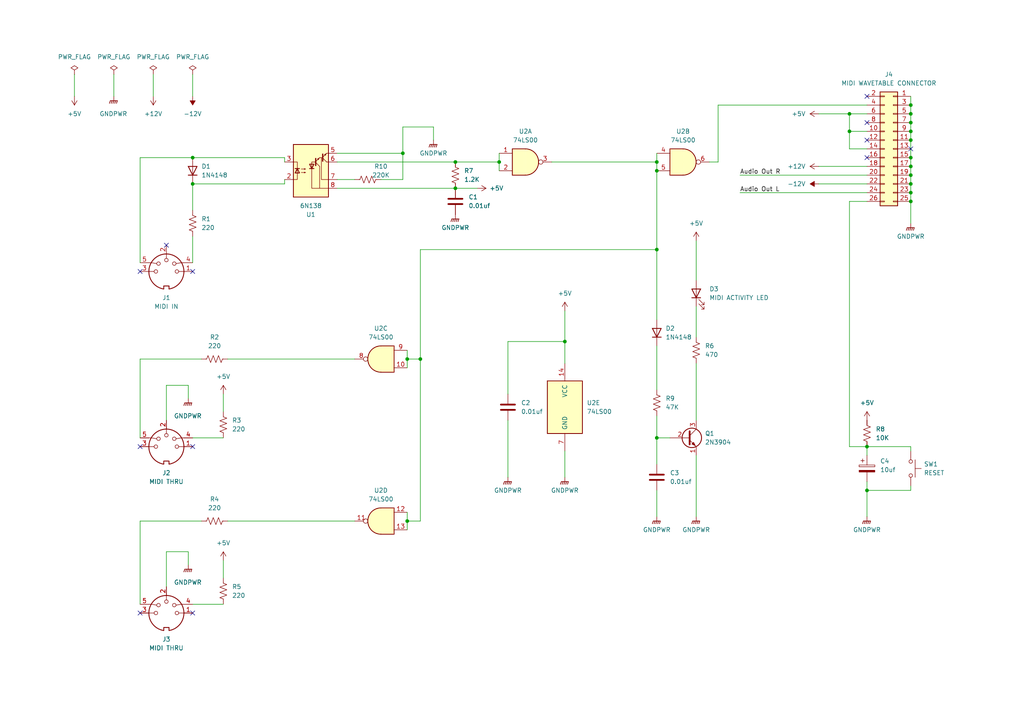
<source format=kicad_sch>
(kicad_sch (version 20211123) (generator eeschema)

  (uuid aad6fa2c-1663-4df7-a87d-e9e1acc9da0c)

  (paper "A4")

  (title_block
    (title "MIDI Box - MIDI Control Board")
    (date "2022-04-03")
    (rev "1.0")
    (company "Clarissa Walker")
  )

  (lib_symbols
    (symbol "74xx:74LS00" (pin_names (offset 1.016)) (in_bom yes) (on_board yes)
      (property "Reference" "U" (id 0) (at 0 1.27 0)
        (effects (font (size 1.27 1.27)))
      )
      (property "Value" "74LS00" (id 1) (at 0 -1.27 0)
        (effects (font (size 1.27 1.27)))
      )
      (property "Footprint" "" (id 2) (at 0 0 0)
        (effects (font (size 1.27 1.27)) hide)
      )
      (property "Datasheet" "http://www.ti.com/lit/gpn/sn74ls00" (id 3) (at 0 0 0)
        (effects (font (size 1.27 1.27)) hide)
      )
      (property "ki_locked" "" (id 4) (at 0 0 0)
        (effects (font (size 1.27 1.27)))
      )
      (property "ki_keywords" "TTL nand 2-input" (id 5) (at 0 0 0)
        (effects (font (size 1.27 1.27)) hide)
      )
      (property "ki_description" "quad 2-input NAND gate" (id 6) (at 0 0 0)
        (effects (font (size 1.27 1.27)) hide)
      )
      (property "ki_fp_filters" "DIP*W7.62mm* SO14*" (id 7) (at 0 0 0)
        (effects (font (size 1.27 1.27)) hide)
      )
      (symbol "74LS00_1_1"
        (arc (start 0 -3.81) (mid 3.81 0) (end 0 3.81)
          (stroke (width 0.254) (type default) (color 0 0 0 0))
          (fill (type background))
        )
        (polyline
          (pts
            (xy 0 3.81)
            (xy -3.81 3.81)
            (xy -3.81 -3.81)
            (xy 0 -3.81)
          )
          (stroke (width 0.254) (type default) (color 0 0 0 0))
          (fill (type background))
        )
        (pin input line (at -7.62 2.54 0) (length 3.81)
          (name "~" (effects (font (size 1.27 1.27))))
          (number "1" (effects (font (size 1.27 1.27))))
        )
        (pin input line (at -7.62 -2.54 0) (length 3.81)
          (name "~" (effects (font (size 1.27 1.27))))
          (number "2" (effects (font (size 1.27 1.27))))
        )
        (pin output inverted (at 7.62 0 180) (length 3.81)
          (name "~" (effects (font (size 1.27 1.27))))
          (number "3" (effects (font (size 1.27 1.27))))
        )
      )
      (symbol "74LS00_1_2"
        (arc (start -3.81 -3.81) (mid -2.589 0) (end -3.81 3.81)
          (stroke (width 0.254) (type default) (color 0 0 0 0))
          (fill (type none))
        )
        (arc (start -0.6096 -3.81) (mid 2.1842 -2.5851) (end 3.81 0)
          (stroke (width 0.254) (type default) (color 0 0 0 0))
          (fill (type background))
        )
        (polyline
          (pts
            (xy -3.81 -3.81)
            (xy -0.635 -3.81)
          )
          (stroke (width 0.254) (type default) (color 0 0 0 0))
          (fill (type background))
        )
        (polyline
          (pts
            (xy -3.81 3.81)
            (xy -0.635 3.81)
          )
          (stroke (width 0.254) (type default) (color 0 0 0 0))
          (fill (type background))
        )
        (polyline
          (pts
            (xy -0.635 3.81)
            (xy -3.81 3.81)
            (xy -3.81 3.81)
            (xy -3.556 3.4036)
            (xy -3.0226 2.2606)
            (xy -2.6924 1.0414)
            (xy -2.6162 -0.254)
            (xy -2.7686 -1.4986)
            (xy -3.175 -2.7178)
            (xy -3.81 -3.81)
            (xy -3.81 -3.81)
            (xy -0.635 -3.81)
          )
          (stroke (width -25.4) (type default) (color 0 0 0 0))
          (fill (type background))
        )
        (arc (start 3.81 0) (mid 2.1915 2.5936) (end -0.6096 3.81)
          (stroke (width 0.254) (type default) (color 0 0 0 0))
          (fill (type background))
        )
        (pin input inverted (at -7.62 2.54 0) (length 4.318)
          (name "~" (effects (font (size 1.27 1.27))))
          (number "1" (effects (font (size 1.27 1.27))))
        )
        (pin input inverted (at -7.62 -2.54 0) (length 4.318)
          (name "~" (effects (font (size 1.27 1.27))))
          (number "2" (effects (font (size 1.27 1.27))))
        )
        (pin output line (at 7.62 0 180) (length 3.81)
          (name "~" (effects (font (size 1.27 1.27))))
          (number "3" (effects (font (size 1.27 1.27))))
        )
      )
      (symbol "74LS00_2_1"
        (arc (start 0 -3.81) (mid 3.81 0) (end 0 3.81)
          (stroke (width 0.254) (type default) (color 0 0 0 0))
          (fill (type background))
        )
        (polyline
          (pts
            (xy 0 3.81)
            (xy -3.81 3.81)
            (xy -3.81 -3.81)
            (xy 0 -3.81)
          )
          (stroke (width 0.254) (type default) (color 0 0 0 0))
          (fill (type background))
        )
        (pin input line (at -7.62 2.54 0) (length 3.81)
          (name "~" (effects (font (size 1.27 1.27))))
          (number "4" (effects (font (size 1.27 1.27))))
        )
        (pin input line (at -7.62 -2.54 0) (length 3.81)
          (name "~" (effects (font (size 1.27 1.27))))
          (number "5" (effects (font (size 1.27 1.27))))
        )
        (pin output inverted (at 7.62 0 180) (length 3.81)
          (name "~" (effects (font (size 1.27 1.27))))
          (number "6" (effects (font (size 1.27 1.27))))
        )
      )
      (symbol "74LS00_2_2"
        (arc (start -3.81 -3.81) (mid -2.589 0) (end -3.81 3.81)
          (stroke (width 0.254) (type default) (color 0 0 0 0))
          (fill (type none))
        )
        (arc (start -0.6096 -3.81) (mid 2.1842 -2.5851) (end 3.81 0)
          (stroke (width 0.254) (type default) (color 0 0 0 0))
          (fill (type background))
        )
        (polyline
          (pts
            (xy -3.81 -3.81)
            (xy -0.635 -3.81)
          )
          (stroke (width 0.254) (type default) (color 0 0 0 0))
          (fill (type background))
        )
        (polyline
          (pts
            (xy -3.81 3.81)
            (xy -0.635 3.81)
          )
          (stroke (width 0.254) (type default) (color 0 0 0 0))
          (fill (type background))
        )
        (polyline
          (pts
            (xy -0.635 3.81)
            (xy -3.81 3.81)
            (xy -3.81 3.81)
            (xy -3.556 3.4036)
            (xy -3.0226 2.2606)
            (xy -2.6924 1.0414)
            (xy -2.6162 -0.254)
            (xy -2.7686 -1.4986)
            (xy -3.175 -2.7178)
            (xy -3.81 -3.81)
            (xy -3.81 -3.81)
            (xy -0.635 -3.81)
          )
          (stroke (width -25.4) (type default) (color 0 0 0 0))
          (fill (type background))
        )
        (arc (start 3.81 0) (mid 2.1915 2.5936) (end -0.6096 3.81)
          (stroke (width 0.254) (type default) (color 0 0 0 0))
          (fill (type background))
        )
        (pin input inverted (at -7.62 2.54 0) (length 4.318)
          (name "~" (effects (font (size 1.27 1.27))))
          (number "4" (effects (font (size 1.27 1.27))))
        )
        (pin input inverted (at -7.62 -2.54 0) (length 4.318)
          (name "~" (effects (font (size 1.27 1.27))))
          (number "5" (effects (font (size 1.27 1.27))))
        )
        (pin output line (at 7.62 0 180) (length 3.81)
          (name "~" (effects (font (size 1.27 1.27))))
          (number "6" (effects (font (size 1.27 1.27))))
        )
      )
      (symbol "74LS00_3_1"
        (arc (start 0 -3.81) (mid 3.81 0) (end 0 3.81)
          (stroke (width 0.254) (type default) (color 0 0 0 0))
          (fill (type background))
        )
        (polyline
          (pts
            (xy 0 3.81)
            (xy -3.81 3.81)
            (xy -3.81 -3.81)
            (xy 0 -3.81)
          )
          (stroke (width 0.254) (type default) (color 0 0 0 0))
          (fill (type background))
        )
        (pin input line (at -7.62 -2.54 0) (length 3.81)
          (name "~" (effects (font (size 1.27 1.27))))
          (number "10" (effects (font (size 1.27 1.27))))
        )
        (pin output inverted (at 7.62 0 180) (length 3.81)
          (name "~" (effects (font (size 1.27 1.27))))
          (number "8" (effects (font (size 1.27 1.27))))
        )
        (pin input line (at -7.62 2.54 0) (length 3.81)
          (name "~" (effects (font (size 1.27 1.27))))
          (number "9" (effects (font (size 1.27 1.27))))
        )
      )
      (symbol "74LS00_3_2"
        (arc (start -3.81 -3.81) (mid -2.589 0) (end -3.81 3.81)
          (stroke (width 0.254) (type default) (color 0 0 0 0))
          (fill (type none))
        )
        (arc (start -0.6096 -3.81) (mid 2.1842 -2.5851) (end 3.81 0)
          (stroke (width 0.254) (type default) (color 0 0 0 0))
          (fill (type background))
        )
        (polyline
          (pts
            (xy -3.81 -3.81)
            (xy -0.635 -3.81)
          )
          (stroke (width 0.254) (type default) (color 0 0 0 0))
          (fill (type background))
        )
        (polyline
          (pts
            (xy -3.81 3.81)
            (xy -0.635 3.81)
          )
          (stroke (width 0.254) (type default) (color 0 0 0 0))
          (fill (type background))
        )
        (polyline
          (pts
            (xy -0.635 3.81)
            (xy -3.81 3.81)
            (xy -3.81 3.81)
            (xy -3.556 3.4036)
            (xy -3.0226 2.2606)
            (xy -2.6924 1.0414)
            (xy -2.6162 -0.254)
            (xy -2.7686 -1.4986)
            (xy -3.175 -2.7178)
            (xy -3.81 -3.81)
            (xy -3.81 -3.81)
            (xy -0.635 -3.81)
          )
          (stroke (width -25.4) (type default) (color 0 0 0 0))
          (fill (type background))
        )
        (arc (start 3.81 0) (mid 2.1915 2.5936) (end -0.6096 3.81)
          (stroke (width 0.254) (type default) (color 0 0 0 0))
          (fill (type background))
        )
        (pin input inverted (at -7.62 -2.54 0) (length 4.318)
          (name "~" (effects (font (size 1.27 1.27))))
          (number "10" (effects (font (size 1.27 1.27))))
        )
        (pin output line (at 7.62 0 180) (length 3.81)
          (name "~" (effects (font (size 1.27 1.27))))
          (number "8" (effects (font (size 1.27 1.27))))
        )
        (pin input inverted (at -7.62 2.54 0) (length 4.318)
          (name "~" (effects (font (size 1.27 1.27))))
          (number "9" (effects (font (size 1.27 1.27))))
        )
      )
      (symbol "74LS00_4_1"
        (arc (start 0 -3.81) (mid 3.81 0) (end 0 3.81)
          (stroke (width 0.254) (type default) (color 0 0 0 0))
          (fill (type background))
        )
        (polyline
          (pts
            (xy 0 3.81)
            (xy -3.81 3.81)
            (xy -3.81 -3.81)
            (xy 0 -3.81)
          )
          (stroke (width 0.254) (type default) (color 0 0 0 0))
          (fill (type background))
        )
        (pin output inverted (at 7.62 0 180) (length 3.81)
          (name "~" (effects (font (size 1.27 1.27))))
          (number "11" (effects (font (size 1.27 1.27))))
        )
        (pin input line (at -7.62 2.54 0) (length 3.81)
          (name "~" (effects (font (size 1.27 1.27))))
          (number "12" (effects (font (size 1.27 1.27))))
        )
        (pin input line (at -7.62 -2.54 0) (length 3.81)
          (name "~" (effects (font (size 1.27 1.27))))
          (number "13" (effects (font (size 1.27 1.27))))
        )
      )
      (symbol "74LS00_4_2"
        (arc (start -3.81 -3.81) (mid -2.589 0) (end -3.81 3.81)
          (stroke (width 0.254) (type default) (color 0 0 0 0))
          (fill (type none))
        )
        (arc (start -0.6096 -3.81) (mid 2.1842 -2.5851) (end 3.81 0)
          (stroke (width 0.254) (type default) (color 0 0 0 0))
          (fill (type background))
        )
        (polyline
          (pts
            (xy -3.81 -3.81)
            (xy -0.635 -3.81)
          )
          (stroke (width 0.254) (type default) (color 0 0 0 0))
          (fill (type background))
        )
        (polyline
          (pts
            (xy -3.81 3.81)
            (xy -0.635 3.81)
          )
          (stroke (width 0.254) (type default) (color 0 0 0 0))
          (fill (type background))
        )
        (polyline
          (pts
            (xy -0.635 3.81)
            (xy -3.81 3.81)
            (xy -3.81 3.81)
            (xy -3.556 3.4036)
            (xy -3.0226 2.2606)
            (xy -2.6924 1.0414)
            (xy -2.6162 -0.254)
            (xy -2.7686 -1.4986)
            (xy -3.175 -2.7178)
            (xy -3.81 -3.81)
            (xy -3.81 -3.81)
            (xy -0.635 -3.81)
          )
          (stroke (width -25.4) (type default) (color 0 0 0 0))
          (fill (type background))
        )
        (arc (start 3.81 0) (mid 2.1915 2.5936) (end -0.6096 3.81)
          (stroke (width 0.254) (type default) (color 0 0 0 0))
          (fill (type background))
        )
        (pin output line (at 7.62 0 180) (length 3.81)
          (name "~" (effects (font (size 1.27 1.27))))
          (number "11" (effects (font (size 1.27 1.27))))
        )
        (pin input inverted (at -7.62 2.54 0) (length 4.318)
          (name "~" (effects (font (size 1.27 1.27))))
          (number "12" (effects (font (size 1.27 1.27))))
        )
        (pin input inverted (at -7.62 -2.54 0) (length 4.318)
          (name "~" (effects (font (size 1.27 1.27))))
          (number "13" (effects (font (size 1.27 1.27))))
        )
      )
      (symbol "74LS00_5_0"
        (pin power_in line (at 0 12.7 270) (length 5.08)
          (name "VCC" (effects (font (size 1.27 1.27))))
          (number "14" (effects (font (size 1.27 1.27))))
        )
        (pin power_in line (at 0 -12.7 90) (length 5.08)
          (name "GND" (effects (font (size 1.27 1.27))))
          (number "7" (effects (font (size 1.27 1.27))))
        )
      )
      (symbol "74LS00_5_1"
        (rectangle (start -5.08 7.62) (end 5.08 -7.62)
          (stroke (width 0.254) (type default) (color 0 0 0 0))
          (fill (type background))
        )
      )
    )
    (symbol "Connector:DIN-5_180degree" (pin_names (offset 1.016)) (in_bom yes) (on_board yes)
      (property "Reference" "J" (id 0) (at 3.175 5.715 0)
        (effects (font (size 1.27 1.27)))
      )
      (property "Value" "DIN-5_180degree" (id 1) (at 0 -6.35 0)
        (effects (font (size 1.27 1.27)))
      )
      (property "Footprint" "" (id 2) (at 0 0 0)
        (effects (font (size 1.27 1.27)) hide)
      )
      (property "Datasheet" "http://www.mouser.com/ds/2/18/40_c091_abd_e-75918.pdf" (id 3) (at 0 0 0)
        (effects (font (size 1.27 1.27)) hide)
      )
      (property "ki_keywords" "circular DIN connector stereo audio" (id 4) (at 0 0 0)
        (effects (font (size 1.27 1.27)) hide)
      )
      (property "ki_description" "5-pin DIN connector (5-pin DIN-5 stereo)" (id 5) (at 0 0 0)
        (effects (font (size 1.27 1.27)) hide)
      )
      (property "ki_fp_filters" "DIN*" (id 6) (at 0 0 0)
        (effects (font (size 1.27 1.27)) hide)
      )
      (symbol "DIN-5_180degree_0_1"
        (arc (start -5.08 0) (mid -3.8609 -3.3364) (end -0.762 -5.08)
          (stroke (width 0.254) (type default) (color 0 0 0 0))
          (fill (type none))
        )
        (circle (center -3.048 0) (radius 0.508)
          (stroke (width 0) (type default) (color 0 0 0 0))
          (fill (type none))
        )
        (circle (center -2.286 2.286) (radius 0.508)
          (stroke (width 0) (type default) (color 0 0 0 0))
          (fill (type none))
        )
        (polyline
          (pts
            (xy -5.08 0)
            (xy -3.556 0)
          )
          (stroke (width 0) (type default) (color 0 0 0 0))
          (fill (type none))
        )
        (polyline
          (pts
            (xy 0 5.08)
            (xy 0 3.81)
          )
          (stroke (width 0) (type default) (color 0 0 0 0))
          (fill (type none))
        )
        (polyline
          (pts
            (xy 5.08 0)
            (xy 3.556 0)
          )
          (stroke (width 0) (type default) (color 0 0 0 0))
          (fill (type none))
        )
        (polyline
          (pts
            (xy -5.08 2.54)
            (xy -4.318 2.54)
            (xy -2.794 2.286)
          )
          (stroke (width 0) (type default) (color 0 0 0 0))
          (fill (type none))
        )
        (polyline
          (pts
            (xy 5.08 2.54)
            (xy 4.318 2.54)
            (xy 2.794 2.286)
          )
          (stroke (width 0) (type default) (color 0 0 0 0))
          (fill (type none))
        )
        (polyline
          (pts
            (xy -0.762 -4.953)
            (xy -0.762 -4.191)
            (xy 0.762 -4.191)
            (xy 0.762 -4.953)
          )
          (stroke (width 0.254) (type default) (color 0 0 0 0))
          (fill (type none))
        )
        (circle (center 0 3.302) (radius 0.508)
          (stroke (width 0) (type default) (color 0 0 0 0))
          (fill (type none))
        )
        (arc (start 0.762 -5.08) (mid 3.8685 -3.343) (end 5.08 0)
          (stroke (width 0.254) (type default) (color 0 0 0 0))
          (fill (type none))
        )
        (circle (center 2.286 2.286) (radius 0.508)
          (stroke (width 0) (type default) (color 0 0 0 0))
          (fill (type none))
        )
        (circle (center 3.048 0) (radius 0.508)
          (stroke (width 0) (type default) (color 0 0 0 0))
          (fill (type none))
        )
        (arc (start 5.08 0) (mid 0 5.08) (end -5.08 0)
          (stroke (width 0.254) (type default) (color 0 0 0 0))
          (fill (type none))
        )
      )
      (symbol "DIN-5_180degree_1_1"
        (pin passive line (at -7.62 0 0) (length 2.54)
          (name "~" (effects (font (size 1.27 1.27))))
          (number "1" (effects (font (size 1.27 1.27))))
        )
        (pin passive line (at 0 7.62 270) (length 2.54)
          (name "~" (effects (font (size 1.27 1.27))))
          (number "2" (effects (font (size 1.27 1.27))))
        )
        (pin passive line (at 7.62 0 180) (length 2.54)
          (name "~" (effects (font (size 1.27 1.27))))
          (number "3" (effects (font (size 1.27 1.27))))
        )
        (pin passive line (at -7.62 2.54 0) (length 2.54)
          (name "~" (effects (font (size 1.27 1.27))))
          (number "4" (effects (font (size 1.27 1.27))))
        )
        (pin passive line (at 7.62 2.54 180) (length 2.54)
          (name "~" (effects (font (size 1.27 1.27))))
          (number "5" (effects (font (size 1.27 1.27))))
        )
      )
    )
    (symbol "Connector_Generic:Conn_02x13_Odd_Even" (pin_names (offset 1.016) hide) (in_bom yes) (on_board yes)
      (property "Reference" "J" (id 0) (at 1.27 17.78 0)
        (effects (font (size 1.27 1.27)))
      )
      (property "Value" "Conn_02x13_Odd_Even" (id 1) (at 1.27 -17.78 0)
        (effects (font (size 1.27 1.27)))
      )
      (property "Footprint" "" (id 2) (at 0 0 0)
        (effects (font (size 1.27 1.27)) hide)
      )
      (property "Datasheet" "~" (id 3) (at 0 0 0)
        (effects (font (size 1.27 1.27)) hide)
      )
      (property "ki_keywords" "connector" (id 4) (at 0 0 0)
        (effects (font (size 1.27 1.27)) hide)
      )
      (property "ki_description" "Generic connector, double row, 02x13, odd/even pin numbering scheme (row 1 odd numbers, row 2 even numbers), script generated (kicad-library-utils/schlib/autogen/connector/)" (id 5) (at 0 0 0)
        (effects (font (size 1.27 1.27)) hide)
      )
      (property "ki_fp_filters" "Connector*:*_2x??_*" (id 6) (at 0 0 0)
        (effects (font (size 1.27 1.27)) hide)
      )
      (symbol "Conn_02x13_Odd_Even_1_1"
        (rectangle (start -1.27 -15.113) (end 0 -15.367)
          (stroke (width 0.1524) (type default) (color 0 0 0 0))
          (fill (type none))
        )
        (rectangle (start -1.27 -12.573) (end 0 -12.827)
          (stroke (width 0.1524) (type default) (color 0 0 0 0))
          (fill (type none))
        )
        (rectangle (start -1.27 -10.033) (end 0 -10.287)
          (stroke (width 0.1524) (type default) (color 0 0 0 0))
          (fill (type none))
        )
        (rectangle (start -1.27 -7.493) (end 0 -7.747)
          (stroke (width 0.1524) (type default) (color 0 0 0 0))
          (fill (type none))
        )
        (rectangle (start -1.27 -4.953) (end 0 -5.207)
          (stroke (width 0.1524) (type default) (color 0 0 0 0))
          (fill (type none))
        )
        (rectangle (start -1.27 -2.413) (end 0 -2.667)
          (stroke (width 0.1524) (type default) (color 0 0 0 0))
          (fill (type none))
        )
        (rectangle (start -1.27 0.127) (end 0 -0.127)
          (stroke (width 0.1524) (type default) (color 0 0 0 0))
          (fill (type none))
        )
        (rectangle (start -1.27 2.667) (end 0 2.413)
          (stroke (width 0.1524) (type default) (color 0 0 0 0))
          (fill (type none))
        )
        (rectangle (start -1.27 5.207) (end 0 4.953)
          (stroke (width 0.1524) (type default) (color 0 0 0 0))
          (fill (type none))
        )
        (rectangle (start -1.27 7.747) (end 0 7.493)
          (stroke (width 0.1524) (type default) (color 0 0 0 0))
          (fill (type none))
        )
        (rectangle (start -1.27 10.287) (end 0 10.033)
          (stroke (width 0.1524) (type default) (color 0 0 0 0))
          (fill (type none))
        )
        (rectangle (start -1.27 12.827) (end 0 12.573)
          (stroke (width 0.1524) (type default) (color 0 0 0 0))
          (fill (type none))
        )
        (rectangle (start -1.27 15.367) (end 0 15.113)
          (stroke (width 0.1524) (type default) (color 0 0 0 0))
          (fill (type none))
        )
        (rectangle (start -1.27 16.51) (end 3.81 -16.51)
          (stroke (width 0.254) (type default) (color 0 0 0 0))
          (fill (type background))
        )
        (rectangle (start 3.81 -15.113) (end 2.54 -15.367)
          (stroke (width 0.1524) (type default) (color 0 0 0 0))
          (fill (type none))
        )
        (rectangle (start 3.81 -12.573) (end 2.54 -12.827)
          (stroke (width 0.1524) (type default) (color 0 0 0 0))
          (fill (type none))
        )
        (rectangle (start 3.81 -10.033) (end 2.54 -10.287)
          (stroke (width 0.1524) (type default) (color 0 0 0 0))
          (fill (type none))
        )
        (rectangle (start 3.81 -7.493) (end 2.54 -7.747)
          (stroke (width 0.1524) (type default) (color 0 0 0 0))
          (fill (type none))
        )
        (rectangle (start 3.81 -4.953) (end 2.54 -5.207)
          (stroke (width 0.1524) (type default) (color 0 0 0 0))
          (fill (type none))
        )
        (rectangle (start 3.81 -2.413) (end 2.54 -2.667)
          (stroke (width 0.1524) (type default) (color 0 0 0 0))
          (fill (type none))
        )
        (rectangle (start 3.81 0.127) (end 2.54 -0.127)
          (stroke (width 0.1524) (type default) (color 0 0 0 0))
          (fill (type none))
        )
        (rectangle (start 3.81 2.667) (end 2.54 2.413)
          (stroke (width 0.1524) (type default) (color 0 0 0 0))
          (fill (type none))
        )
        (rectangle (start 3.81 5.207) (end 2.54 4.953)
          (stroke (width 0.1524) (type default) (color 0 0 0 0))
          (fill (type none))
        )
        (rectangle (start 3.81 7.747) (end 2.54 7.493)
          (stroke (width 0.1524) (type default) (color 0 0 0 0))
          (fill (type none))
        )
        (rectangle (start 3.81 10.287) (end 2.54 10.033)
          (stroke (width 0.1524) (type default) (color 0 0 0 0))
          (fill (type none))
        )
        (rectangle (start 3.81 12.827) (end 2.54 12.573)
          (stroke (width 0.1524) (type default) (color 0 0 0 0))
          (fill (type none))
        )
        (rectangle (start 3.81 15.367) (end 2.54 15.113)
          (stroke (width 0.1524) (type default) (color 0 0 0 0))
          (fill (type none))
        )
        (pin passive line (at -5.08 15.24 0) (length 3.81)
          (name "Pin_1" (effects (font (size 1.27 1.27))))
          (number "1" (effects (font (size 1.27 1.27))))
        )
        (pin passive line (at 7.62 5.08 180) (length 3.81)
          (name "Pin_10" (effects (font (size 1.27 1.27))))
          (number "10" (effects (font (size 1.27 1.27))))
        )
        (pin passive line (at -5.08 2.54 0) (length 3.81)
          (name "Pin_11" (effects (font (size 1.27 1.27))))
          (number "11" (effects (font (size 1.27 1.27))))
        )
        (pin passive line (at 7.62 2.54 180) (length 3.81)
          (name "Pin_12" (effects (font (size 1.27 1.27))))
          (number "12" (effects (font (size 1.27 1.27))))
        )
        (pin passive line (at -5.08 0 0) (length 3.81)
          (name "Pin_13" (effects (font (size 1.27 1.27))))
          (number "13" (effects (font (size 1.27 1.27))))
        )
        (pin passive line (at 7.62 0 180) (length 3.81)
          (name "Pin_14" (effects (font (size 1.27 1.27))))
          (number "14" (effects (font (size 1.27 1.27))))
        )
        (pin passive line (at -5.08 -2.54 0) (length 3.81)
          (name "Pin_15" (effects (font (size 1.27 1.27))))
          (number "15" (effects (font (size 1.27 1.27))))
        )
        (pin passive line (at 7.62 -2.54 180) (length 3.81)
          (name "Pin_16" (effects (font (size 1.27 1.27))))
          (number "16" (effects (font (size 1.27 1.27))))
        )
        (pin passive line (at -5.08 -5.08 0) (length 3.81)
          (name "Pin_17" (effects (font (size 1.27 1.27))))
          (number "17" (effects (font (size 1.27 1.27))))
        )
        (pin passive line (at 7.62 -5.08 180) (length 3.81)
          (name "Pin_18" (effects (font (size 1.27 1.27))))
          (number "18" (effects (font (size 1.27 1.27))))
        )
        (pin passive line (at -5.08 -7.62 0) (length 3.81)
          (name "Pin_19" (effects (font (size 1.27 1.27))))
          (number "19" (effects (font (size 1.27 1.27))))
        )
        (pin passive line (at 7.62 15.24 180) (length 3.81)
          (name "Pin_2" (effects (font (size 1.27 1.27))))
          (number "2" (effects (font (size 1.27 1.27))))
        )
        (pin passive line (at 7.62 -7.62 180) (length 3.81)
          (name "Pin_20" (effects (font (size 1.27 1.27))))
          (number "20" (effects (font (size 1.27 1.27))))
        )
        (pin passive line (at -5.08 -10.16 0) (length 3.81)
          (name "Pin_21" (effects (font (size 1.27 1.27))))
          (number "21" (effects (font (size 1.27 1.27))))
        )
        (pin passive line (at 7.62 -10.16 180) (length 3.81)
          (name "Pin_22" (effects (font (size 1.27 1.27))))
          (number "22" (effects (font (size 1.27 1.27))))
        )
        (pin passive line (at -5.08 -12.7 0) (length 3.81)
          (name "Pin_23" (effects (font (size 1.27 1.27))))
          (number "23" (effects (font (size 1.27 1.27))))
        )
        (pin passive line (at 7.62 -12.7 180) (length 3.81)
          (name "Pin_24" (effects (font (size 1.27 1.27))))
          (number "24" (effects (font (size 1.27 1.27))))
        )
        (pin passive line (at -5.08 -15.24 0) (length 3.81)
          (name "Pin_25" (effects (font (size 1.27 1.27))))
          (number "25" (effects (font (size 1.27 1.27))))
        )
        (pin passive line (at 7.62 -15.24 180) (length 3.81)
          (name "Pin_26" (effects (font (size 1.27 1.27))))
          (number "26" (effects (font (size 1.27 1.27))))
        )
        (pin passive line (at -5.08 12.7 0) (length 3.81)
          (name "Pin_3" (effects (font (size 1.27 1.27))))
          (number "3" (effects (font (size 1.27 1.27))))
        )
        (pin passive line (at 7.62 12.7 180) (length 3.81)
          (name "Pin_4" (effects (font (size 1.27 1.27))))
          (number "4" (effects (font (size 1.27 1.27))))
        )
        (pin passive line (at -5.08 10.16 0) (length 3.81)
          (name "Pin_5" (effects (font (size 1.27 1.27))))
          (number "5" (effects (font (size 1.27 1.27))))
        )
        (pin passive line (at 7.62 10.16 180) (length 3.81)
          (name "Pin_6" (effects (font (size 1.27 1.27))))
          (number "6" (effects (font (size 1.27 1.27))))
        )
        (pin passive line (at -5.08 7.62 0) (length 3.81)
          (name "Pin_7" (effects (font (size 1.27 1.27))))
          (number "7" (effects (font (size 1.27 1.27))))
        )
        (pin passive line (at 7.62 7.62 180) (length 3.81)
          (name "Pin_8" (effects (font (size 1.27 1.27))))
          (number "8" (effects (font (size 1.27 1.27))))
        )
        (pin passive line (at -5.08 5.08 0) (length 3.81)
          (name "Pin_9" (effects (font (size 1.27 1.27))))
          (number "9" (effects (font (size 1.27 1.27))))
        )
      )
    )
    (symbol "Device:C" (pin_numbers hide) (pin_names (offset 0.254)) (in_bom yes) (on_board yes)
      (property "Reference" "C" (id 0) (at 0.635 2.54 0)
        (effects (font (size 1.27 1.27)) (justify left))
      )
      (property "Value" "C" (id 1) (at 0.635 -2.54 0)
        (effects (font (size 1.27 1.27)) (justify left))
      )
      (property "Footprint" "" (id 2) (at 0.9652 -3.81 0)
        (effects (font (size 1.27 1.27)) hide)
      )
      (property "Datasheet" "~" (id 3) (at 0 0 0)
        (effects (font (size 1.27 1.27)) hide)
      )
      (property "ki_keywords" "cap capacitor" (id 4) (at 0 0 0)
        (effects (font (size 1.27 1.27)) hide)
      )
      (property "ki_description" "Unpolarized capacitor" (id 5) (at 0 0 0)
        (effects (font (size 1.27 1.27)) hide)
      )
      (property "ki_fp_filters" "C_*" (id 6) (at 0 0 0)
        (effects (font (size 1.27 1.27)) hide)
      )
      (symbol "C_0_1"
        (polyline
          (pts
            (xy -2.032 -0.762)
            (xy 2.032 -0.762)
          )
          (stroke (width 0.508) (type default) (color 0 0 0 0))
          (fill (type none))
        )
        (polyline
          (pts
            (xy -2.032 0.762)
            (xy 2.032 0.762)
          )
          (stroke (width 0.508) (type default) (color 0 0 0 0))
          (fill (type none))
        )
      )
      (symbol "C_1_1"
        (pin passive line (at 0 3.81 270) (length 2.794)
          (name "~" (effects (font (size 1.27 1.27))))
          (number "1" (effects (font (size 1.27 1.27))))
        )
        (pin passive line (at 0 -3.81 90) (length 2.794)
          (name "~" (effects (font (size 1.27 1.27))))
          (number "2" (effects (font (size 1.27 1.27))))
        )
      )
    )
    (symbol "Device:C_Polarized" (pin_numbers hide) (pin_names (offset 0.254)) (in_bom yes) (on_board yes)
      (property "Reference" "C" (id 0) (at 0.635 2.54 0)
        (effects (font (size 1.27 1.27)) (justify left))
      )
      (property "Value" "C_Polarized" (id 1) (at 0.635 -2.54 0)
        (effects (font (size 1.27 1.27)) (justify left))
      )
      (property "Footprint" "" (id 2) (at 0.9652 -3.81 0)
        (effects (font (size 1.27 1.27)) hide)
      )
      (property "Datasheet" "~" (id 3) (at 0 0 0)
        (effects (font (size 1.27 1.27)) hide)
      )
      (property "ki_keywords" "cap capacitor" (id 4) (at 0 0 0)
        (effects (font (size 1.27 1.27)) hide)
      )
      (property "ki_description" "Polarized capacitor" (id 5) (at 0 0 0)
        (effects (font (size 1.27 1.27)) hide)
      )
      (property "ki_fp_filters" "CP_*" (id 6) (at 0 0 0)
        (effects (font (size 1.27 1.27)) hide)
      )
      (symbol "C_Polarized_0_1"
        (rectangle (start -2.286 0.508) (end 2.286 1.016)
          (stroke (width 0) (type default) (color 0 0 0 0))
          (fill (type none))
        )
        (polyline
          (pts
            (xy -1.778 2.286)
            (xy -0.762 2.286)
          )
          (stroke (width 0) (type default) (color 0 0 0 0))
          (fill (type none))
        )
        (polyline
          (pts
            (xy -1.27 2.794)
            (xy -1.27 1.778)
          )
          (stroke (width 0) (type default) (color 0 0 0 0))
          (fill (type none))
        )
        (rectangle (start 2.286 -0.508) (end -2.286 -1.016)
          (stroke (width 0) (type default) (color 0 0 0 0))
          (fill (type outline))
        )
      )
      (symbol "C_Polarized_1_1"
        (pin passive line (at 0 3.81 270) (length 2.794)
          (name "~" (effects (font (size 1.27 1.27))))
          (number "1" (effects (font (size 1.27 1.27))))
        )
        (pin passive line (at 0 -3.81 90) (length 2.794)
          (name "~" (effects (font (size 1.27 1.27))))
          (number "2" (effects (font (size 1.27 1.27))))
        )
      )
    )
    (symbol "Device:LED" (pin_numbers hide) (pin_names (offset 1.016) hide) (in_bom yes) (on_board yes)
      (property "Reference" "D" (id 0) (at 0 2.54 0)
        (effects (font (size 1.27 1.27)))
      )
      (property "Value" "LED" (id 1) (at 0 -2.54 0)
        (effects (font (size 1.27 1.27)))
      )
      (property "Footprint" "" (id 2) (at 0 0 0)
        (effects (font (size 1.27 1.27)) hide)
      )
      (property "Datasheet" "~" (id 3) (at 0 0 0)
        (effects (font (size 1.27 1.27)) hide)
      )
      (property "ki_keywords" "LED diode" (id 4) (at 0 0 0)
        (effects (font (size 1.27 1.27)) hide)
      )
      (property "ki_description" "Light emitting diode" (id 5) (at 0 0 0)
        (effects (font (size 1.27 1.27)) hide)
      )
      (property "ki_fp_filters" "LED* LED_SMD:* LED_THT:*" (id 6) (at 0 0 0)
        (effects (font (size 1.27 1.27)) hide)
      )
      (symbol "LED_0_1"
        (polyline
          (pts
            (xy -1.27 -1.27)
            (xy -1.27 1.27)
          )
          (stroke (width 0.254) (type default) (color 0 0 0 0))
          (fill (type none))
        )
        (polyline
          (pts
            (xy -1.27 0)
            (xy 1.27 0)
          )
          (stroke (width 0) (type default) (color 0 0 0 0))
          (fill (type none))
        )
        (polyline
          (pts
            (xy 1.27 -1.27)
            (xy 1.27 1.27)
            (xy -1.27 0)
            (xy 1.27 -1.27)
          )
          (stroke (width 0.254) (type default) (color 0 0 0 0))
          (fill (type none))
        )
        (polyline
          (pts
            (xy -3.048 -0.762)
            (xy -4.572 -2.286)
            (xy -3.81 -2.286)
            (xy -4.572 -2.286)
            (xy -4.572 -1.524)
          )
          (stroke (width 0) (type default) (color 0 0 0 0))
          (fill (type none))
        )
        (polyline
          (pts
            (xy -1.778 -0.762)
            (xy -3.302 -2.286)
            (xy -2.54 -2.286)
            (xy -3.302 -2.286)
            (xy -3.302 -1.524)
          )
          (stroke (width 0) (type default) (color 0 0 0 0))
          (fill (type none))
        )
      )
      (symbol "LED_1_1"
        (pin passive line (at -3.81 0 0) (length 2.54)
          (name "K" (effects (font (size 1.27 1.27))))
          (number "1" (effects (font (size 1.27 1.27))))
        )
        (pin passive line (at 3.81 0 180) (length 2.54)
          (name "A" (effects (font (size 1.27 1.27))))
          (number "2" (effects (font (size 1.27 1.27))))
        )
      )
    )
    (symbol "Device:R_US" (pin_numbers hide) (pin_names (offset 0)) (in_bom yes) (on_board yes)
      (property "Reference" "R" (id 0) (at 2.54 0 90)
        (effects (font (size 1.27 1.27)))
      )
      (property "Value" "R_US" (id 1) (at -2.54 0 90)
        (effects (font (size 1.27 1.27)))
      )
      (property "Footprint" "" (id 2) (at 1.016 -0.254 90)
        (effects (font (size 1.27 1.27)) hide)
      )
      (property "Datasheet" "~" (id 3) (at 0 0 0)
        (effects (font (size 1.27 1.27)) hide)
      )
      (property "ki_keywords" "R res resistor" (id 4) (at 0 0 0)
        (effects (font (size 1.27 1.27)) hide)
      )
      (property "ki_description" "Resistor, US symbol" (id 5) (at 0 0 0)
        (effects (font (size 1.27 1.27)) hide)
      )
      (property "ki_fp_filters" "R_*" (id 6) (at 0 0 0)
        (effects (font (size 1.27 1.27)) hide)
      )
      (symbol "R_US_0_1"
        (polyline
          (pts
            (xy 0 -2.286)
            (xy 0 -2.54)
          )
          (stroke (width 0) (type default) (color 0 0 0 0))
          (fill (type none))
        )
        (polyline
          (pts
            (xy 0 2.286)
            (xy 0 2.54)
          )
          (stroke (width 0) (type default) (color 0 0 0 0))
          (fill (type none))
        )
        (polyline
          (pts
            (xy 0 -0.762)
            (xy 1.016 -1.143)
            (xy 0 -1.524)
            (xy -1.016 -1.905)
            (xy 0 -2.286)
          )
          (stroke (width 0) (type default) (color 0 0 0 0))
          (fill (type none))
        )
        (polyline
          (pts
            (xy 0 0.762)
            (xy 1.016 0.381)
            (xy 0 0)
            (xy -1.016 -0.381)
            (xy 0 -0.762)
          )
          (stroke (width 0) (type default) (color 0 0 0 0))
          (fill (type none))
        )
        (polyline
          (pts
            (xy 0 2.286)
            (xy 1.016 1.905)
            (xy 0 1.524)
            (xy -1.016 1.143)
            (xy 0 0.762)
          )
          (stroke (width 0) (type default) (color 0 0 0 0))
          (fill (type none))
        )
      )
      (symbol "R_US_1_1"
        (pin passive line (at 0 3.81 270) (length 1.27)
          (name "~" (effects (font (size 1.27 1.27))))
          (number "1" (effects (font (size 1.27 1.27))))
        )
        (pin passive line (at 0 -3.81 90) (length 1.27)
          (name "~" (effects (font (size 1.27 1.27))))
          (number "2" (effects (font (size 1.27 1.27))))
        )
      )
    )
    (symbol "Diode:1N4148" (pin_numbers hide) (pin_names (offset 1.016) hide) (in_bom yes) (on_board yes)
      (property "Reference" "D" (id 0) (at 0 2.54 0)
        (effects (font (size 1.27 1.27)))
      )
      (property "Value" "1N4148" (id 1) (at 0 -2.54 0)
        (effects (font (size 1.27 1.27)))
      )
      (property "Footprint" "Diode_THT:D_DO-35_SOD27_P7.62mm_Horizontal" (id 2) (at 0 -4.445 0)
        (effects (font (size 1.27 1.27)) hide)
      )
      (property "Datasheet" "https://assets.nexperia.com/documents/data-sheet/1N4148_1N4448.pdf" (id 3) (at 0 0 0)
        (effects (font (size 1.27 1.27)) hide)
      )
      (property "ki_keywords" "diode" (id 4) (at 0 0 0)
        (effects (font (size 1.27 1.27)) hide)
      )
      (property "ki_description" "100V 0.15A standard switching diode, DO-35" (id 5) (at 0 0 0)
        (effects (font (size 1.27 1.27)) hide)
      )
      (property "ki_fp_filters" "D*DO?35*" (id 6) (at 0 0 0)
        (effects (font (size 1.27 1.27)) hide)
      )
      (symbol "1N4148_0_1"
        (polyline
          (pts
            (xy -1.27 1.27)
            (xy -1.27 -1.27)
          )
          (stroke (width 0.254) (type default) (color 0 0 0 0))
          (fill (type none))
        )
        (polyline
          (pts
            (xy 1.27 0)
            (xy -1.27 0)
          )
          (stroke (width 0) (type default) (color 0 0 0 0))
          (fill (type none))
        )
        (polyline
          (pts
            (xy 1.27 1.27)
            (xy 1.27 -1.27)
            (xy -1.27 0)
            (xy 1.27 1.27)
          )
          (stroke (width 0.254) (type default) (color 0 0 0 0))
          (fill (type none))
        )
      )
      (symbol "1N4148_1_1"
        (pin passive line (at -3.81 0 0) (length 2.54)
          (name "K" (effects (font (size 1.27 1.27))))
          (number "1" (effects (font (size 1.27 1.27))))
        )
        (pin passive line (at 3.81 0 180) (length 2.54)
          (name "A" (effects (font (size 1.27 1.27))))
          (number "2" (effects (font (size 1.27 1.27))))
        )
      )
    )
    (symbol "Isolator:6N138" (pin_names (offset 1.016) hide) (in_bom yes) (on_board yes)
      (property "Reference" "U" (id 0) (at -4.064 8.89 0)
        (effects (font (size 1.27 1.27)))
      )
      (property "Value" "6N138" (id 1) (at 2.286 8.89 0)
        (effects (font (size 1.27 1.27)))
      )
      (property "Footprint" "" (id 2) (at 7.366 -7.62 0)
        (effects (font (size 1.27 1.27)) hide)
      )
      (property "Datasheet" "http://www.onsemi.com/pub/Collateral/HCPL2731-D.pdf" (id 3) (at 7.366 -7.62 0)
        (effects (font (size 1.27 1.27)) hide)
      )
      (property "ki_keywords" "darlington optocoupler" (id 4) (at 0 0 0)
        (effects (font (size 1.27 1.27)) hide)
      )
      (property "ki_description" "Low Input Current high Gain Split Darlington Optocouplers, -0.5V to 7V VDD, DIP-8" (id 5) (at 0 0 0)
        (effects (font (size 1.27 1.27)) hide)
      )
      (property "ki_fp_filters" "DIP*W7.62mm* SMDIP*W9.53mm*" (id 6) (at 0 0 0)
        (effects (font (size 1.27 1.27)) hide)
      )
      (symbol "6N138_0_1"
        (rectangle (start -5.08 7.62) (end 5.08 -7.62)
          (stroke (width 0.254) (type default) (color 0 0 0 0))
          (fill (type background))
        )
        (polyline
          (pts
            (xy -4.572 -0.635)
            (xy -3.302 -0.635)
          )
          (stroke (width 0.254) (type default) (color 0 0 0 0))
          (fill (type none))
        )
        (polyline
          (pts
            (xy 0.889 -0.635)
            (xy -0.381 -0.635)
          )
          (stroke (width 0.254) (type default) (color 0 0 0 0))
          (fill (type none))
        )
        (polyline
          (pts
            (xy 1.397 -2.667)
            (xy 2.54 -3.81)
          )
          (stroke (width 0) (type default) (color 0 0 0 0))
          (fill (type none))
        )
        (polyline
          (pts
            (xy 1.397 -2.413)
            (xy 2.54 -1.27)
          )
          (stroke (width 0) (type default) (color 0 0 0 0))
          (fill (type none))
        )
        (polyline
          (pts
            (xy 2.54 -3.81)
            (xy 3.175 -3.81)
          )
          (stroke (width 0) (type default) (color 0 0 0 0))
          (fill (type none))
        )
        (polyline
          (pts
            (xy 3.429 -3.937)
            (xy 4.572 -5.08)
          )
          (stroke (width 0) (type default) (color 0 0 0 0))
          (fill (type none))
        )
        (polyline
          (pts
            (xy 3.429 -3.683)
            (xy 4.572 -2.54)
          )
          (stroke (width 0) (type default) (color 0 0 0 0))
          (fill (type none))
        )
        (polyline
          (pts
            (xy 4.572 -5.08)
            (xy 5.08 -5.08)
          )
          (stroke (width 0) (type default) (color 0 0 0 0))
          (fill (type none))
        )
        (polyline
          (pts
            (xy 4.572 -2.54)
            (xy 5.08 -2.54)
          )
          (stroke (width 0) (type default) (color 0 0 0 0))
          (fill (type none))
        )
        (polyline
          (pts
            (xy 1.397 -1.524)
            (xy 1.397 -3.556)
            (xy 1.397 -3.556)
          )
          (stroke (width 0.3556) (type default) (color 0 0 0 0))
          (fill (type none))
        )
        (polyline
          (pts
            (xy 2.54 -1.27)
            (xy 2.54 5.08)
            (xy 5.08 5.08)
          )
          (stroke (width 0) (type default) (color 0 0 0 0))
          (fill (type none))
        )
        (polyline
          (pts
            (xy 3.429 -2.794)
            (xy 3.429 -4.826)
            (xy 3.429 -4.826)
          )
          (stroke (width 0.3556) (type default) (color 0 0 0 0))
          (fill (type none))
        )
        (polyline
          (pts
            (xy 5.08 2.54)
            (xy 3.048 2.54)
            (xy 3.048 -3.81)
          )
          (stroke (width 0) (type default) (color 0 0 0 0))
          (fill (type none))
        )
        (polyline
          (pts
            (xy -5.08 -2.54)
            (xy -3.937 -2.54)
            (xy -3.937 2.54)
            (xy -5.08 2.54)
          )
          (stroke (width 0) (type default) (color 0 0 0 0))
          (fill (type none))
        )
        (polyline
          (pts
            (xy -3.937 -0.635)
            (xy -4.572 0.635)
            (xy -3.302 0.635)
            (xy -3.937 -0.635)
          )
          (stroke (width 0.254) (type default) (color 0 0 0 0))
          (fill (type none))
        )
        (polyline
          (pts
            (xy 0.254 -0.635)
            (xy 0.889 -1.905)
            (xy -0.381 -1.905)
            (xy 0.254 -0.635)
          )
          (stroke (width 0.254) (type default) (color 0 0 0 0))
          (fill (type none))
        )
        (polyline
          (pts
            (xy 1.27 -2.54)
            (xy 0.254 -2.54)
            (xy 0.254 5.08)
            (xy 2.54 5.08)
          )
          (stroke (width 0) (type default) (color 0 0 0 0))
          (fill (type none))
        )
        (polyline
          (pts
            (xy 2.413 -3.683)
            (xy 2.159 -3.175)
            (xy 1.905 -3.429)
            (xy 2.413 -3.683)
          )
          (stroke (width 0) (type default) (color 0 0 0 0))
          (fill (type none))
        )
        (polyline
          (pts
            (xy 4.445 -4.953)
            (xy 4.191 -4.445)
            (xy 3.937 -4.699)
            (xy 4.445 -4.953)
          )
          (stroke (width 0) (type default) (color 0 0 0 0))
          (fill (type none))
        )
        (polyline
          (pts
            (xy -2.794 -0.508)
            (xy -1.524 -0.508)
            (xy -1.905 -0.635)
            (xy -1.905 -0.381)
            (xy -1.524 -0.508)
          )
          (stroke (width 0) (type default) (color 0 0 0 0))
          (fill (type none))
        )
        (polyline
          (pts
            (xy -2.794 0.508)
            (xy -1.524 0.508)
            (xy -1.905 0.381)
            (xy -1.905 0.635)
            (xy -1.524 0.508)
          )
          (stroke (width 0) (type default) (color 0 0 0 0))
          (fill (type none))
        )
      )
      (symbol "6N138_1_1"
        (pin no_connect line (at -5.08 5.08 0) (length 2.54) hide
          (name "NC" (effects (font (size 1.27 1.27))))
          (number "1" (effects (font (size 1.27 1.27))))
        )
        (pin passive line (at -7.62 2.54 0) (length 2.54)
          (name "C1" (effects (font (size 1.27 1.27))))
          (number "2" (effects (font (size 1.27 1.27))))
        )
        (pin passive line (at -7.62 -2.54 0) (length 2.54)
          (name "C2" (effects (font (size 1.27 1.27))))
          (number "3" (effects (font (size 1.27 1.27))))
        )
        (pin no_connect line (at -5.08 -5.08 0) (length 2.54) hide
          (name "NC" (effects (font (size 1.27 1.27))))
          (number "4" (effects (font (size 1.27 1.27))))
        )
        (pin passive line (at 7.62 -5.08 180) (length 2.54)
          (name "GND" (effects (font (size 1.27 1.27))))
          (number "5" (effects (font (size 1.27 1.27))))
        )
        (pin passive line (at 7.62 -2.54 180) (length 2.54)
          (name "VO2" (effects (font (size 1.27 1.27))))
          (number "6" (effects (font (size 1.27 1.27))))
        )
        (pin passive line (at 7.62 2.54 180) (length 2.54)
          (name "VO1" (effects (font (size 1.27 1.27))))
          (number "7" (effects (font (size 1.27 1.27))))
        )
        (pin passive line (at 7.62 5.08 180) (length 2.54)
          (name "VCC" (effects (font (size 1.27 1.27))))
          (number "8" (effects (font (size 1.27 1.27))))
        )
      )
    )
    (symbol "Switch:SW_Push" (pin_numbers hide) (pin_names (offset 1.016) hide) (in_bom yes) (on_board yes)
      (property "Reference" "SW" (id 0) (at 1.27 2.54 0)
        (effects (font (size 1.27 1.27)) (justify left))
      )
      (property "Value" "SW_Push" (id 1) (at 0 -1.524 0)
        (effects (font (size 1.27 1.27)))
      )
      (property "Footprint" "" (id 2) (at 0 5.08 0)
        (effects (font (size 1.27 1.27)) hide)
      )
      (property "Datasheet" "~" (id 3) (at 0 5.08 0)
        (effects (font (size 1.27 1.27)) hide)
      )
      (property "ki_keywords" "switch normally-open pushbutton push-button" (id 4) (at 0 0 0)
        (effects (font (size 1.27 1.27)) hide)
      )
      (property "ki_description" "Push button switch, generic, two pins" (id 5) (at 0 0 0)
        (effects (font (size 1.27 1.27)) hide)
      )
      (symbol "SW_Push_0_1"
        (circle (center -2.032 0) (radius 0.508)
          (stroke (width 0) (type default) (color 0 0 0 0))
          (fill (type none))
        )
        (polyline
          (pts
            (xy 0 1.27)
            (xy 0 3.048)
          )
          (stroke (width 0) (type default) (color 0 0 0 0))
          (fill (type none))
        )
        (polyline
          (pts
            (xy 2.54 1.27)
            (xy -2.54 1.27)
          )
          (stroke (width 0) (type default) (color 0 0 0 0))
          (fill (type none))
        )
        (circle (center 2.032 0) (radius 0.508)
          (stroke (width 0) (type default) (color 0 0 0 0))
          (fill (type none))
        )
        (pin passive line (at -5.08 0 0) (length 2.54)
          (name "1" (effects (font (size 1.27 1.27))))
          (number "1" (effects (font (size 1.27 1.27))))
        )
        (pin passive line (at 5.08 0 180) (length 2.54)
          (name "2" (effects (font (size 1.27 1.27))))
          (number "2" (effects (font (size 1.27 1.27))))
        )
      )
    )
    (symbol "Transistor_BJT:2N3904" (pin_names (offset 0) hide) (in_bom yes) (on_board yes)
      (property "Reference" "Q" (id 0) (at 5.08 1.905 0)
        (effects (font (size 1.27 1.27)) (justify left))
      )
      (property "Value" "2N3904" (id 1) (at 5.08 0 0)
        (effects (font (size 1.27 1.27)) (justify left))
      )
      (property "Footprint" "Package_TO_SOT_THT:TO-92_Inline" (id 2) (at 5.08 -1.905 0)
        (effects (font (size 1.27 1.27) italic) (justify left) hide)
      )
      (property "Datasheet" "https://www.onsemi.com/pub/Collateral/2N3903-D.PDF" (id 3) (at 0 0 0)
        (effects (font (size 1.27 1.27)) (justify left) hide)
      )
      (property "ki_keywords" "NPN Transistor" (id 4) (at 0 0 0)
        (effects (font (size 1.27 1.27)) hide)
      )
      (property "ki_description" "0.2A Ic, 40V Vce, Small Signal NPN Transistor, TO-92" (id 5) (at 0 0 0)
        (effects (font (size 1.27 1.27)) hide)
      )
      (property "ki_fp_filters" "TO?92*" (id 6) (at 0 0 0)
        (effects (font (size 1.27 1.27)) hide)
      )
      (symbol "2N3904_0_1"
        (polyline
          (pts
            (xy 0.635 0.635)
            (xy 2.54 2.54)
          )
          (stroke (width 0) (type default) (color 0 0 0 0))
          (fill (type none))
        )
        (polyline
          (pts
            (xy 0.635 -0.635)
            (xy 2.54 -2.54)
            (xy 2.54 -2.54)
          )
          (stroke (width 0) (type default) (color 0 0 0 0))
          (fill (type none))
        )
        (polyline
          (pts
            (xy 0.635 1.905)
            (xy 0.635 -1.905)
            (xy 0.635 -1.905)
          )
          (stroke (width 0.508) (type default) (color 0 0 0 0))
          (fill (type none))
        )
        (polyline
          (pts
            (xy 1.27 -1.778)
            (xy 1.778 -1.27)
            (xy 2.286 -2.286)
            (xy 1.27 -1.778)
            (xy 1.27 -1.778)
          )
          (stroke (width 0) (type default) (color 0 0 0 0))
          (fill (type outline))
        )
        (circle (center 1.27 0) (radius 2.8194)
          (stroke (width 0.254) (type default) (color 0 0 0 0))
          (fill (type none))
        )
      )
      (symbol "2N3904_1_1"
        (pin passive line (at 2.54 -5.08 90) (length 2.54)
          (name "E" (effects (font (size 1.27 1.27))))
          (number "1" (effects (font (size 1.27 1.27))))
        )
        (pin passive line (at -5.08 0 0) (length 5.715)
          (name "B" (effects (font (size 1.27 1.27))))
          (number "2" (effects (font (size 1.27 1.27))))
        )
        (pin passive line (at 2.54 5.08 270) (length 2.54)
          (name "C" (effects (font (size 1.27 1.27))))
          (number "3" (effects (font (size 1.27 1.27))))
        )
      )
    )
    (symbol "power:+12V" (power) (pin_names (offset 0)) (in_bom yes) (on_board yes)
      (property "Reference" "#PWR" (id 0) (at 0 -3.81 0)
        (effects (font (size 1.27 1.27)) hide)
      )
      (property "Value" "+12V" (id 1) (at 0 3.556 0)
        (effects (font (size 1.27 1.27)))
      )
      (property "Footprint" "" (id 2) (at 0 0 0)
        (effects (font (size 1.27 1.27)) hide)
      )
      (property "Datasheet" "" (id 3) (at 0 0 0)
        (effects (font (size 1.27 1.27)) hide)
      )
      (property "ki_keywords" "power-flag" (id 4) (at 0 0 0)
        (effects (font (size 1.27 1.27)) hide)
      )
      (property "ki_description" "Power symbol creates a global label with name \"+12V\"" (id 5) (at 0 0 0)
        (effects (font (size 1.27 1.27)) hide)
      )
      (symbol "+12V_0_1"
        (polyline
          (pts
            (xy -0.762 1.27)
            (xy 0 2.54)
          )
          (stroke (width 0) (type default) (color 0 0 0 0))
          (fill (type none))
        )
        (polyline
          (pts
            (xy 0 0)
            (xy 0 2.54)
          )
          (stroke (width 0) (type default) (color 0 0 0 0))
          (fill (type none))
        )
        (polyline
          (pts
            (xy 0 2.54)
            (xy 0.762 1.27)
          )
          (stroke (width 0) (type default) (color 0 0 0 0))
          (fill (type none))
        )
      )
      (symbol "+12V_1_1"
        (pin power_in line (at 0 0 90) (length 0) hide
          (name "+12V" (effects (font (size 1.27 1.27))))
          (number "1" (effects (font (size 1.27 1.27))))
        )
      )
    )
    (symbol "power:+5V" (power) (pin_names (offset 0)) (in_bom yes) (on_board yes)
      (property "Reference" "#PWR" (id 0) (at 0 -3.81 0)
        (effects (font (size 1.27 1.27)) hide)
      )
      (property "Value" "+5V" (id 1) (at 0 3.556 0)
        (effects (font (size 1.27 1.27)))
      )
      (property "Footprint" "" (id 2) (at 0 0 0)
        (effects (font (size 1.27 1.27)) hide)
      )
      (property "Datasheet" "" (id 3) (at 0 0 0)
        (effects (font (size 1.27 1.27)) hide)
      )
      (property "ki_keywords" "power-flag" (id 4) (at 0 0 0)
        (effects (font (size 1.27 1.27)) hide)
      )
      (property "ki_description" "Power symbol creates a global label with name \"+5V\"" (id 5) (at 0 0 0)
        (effects (font (size 1.27 1.27)) hide)
      )
      (symbol "+5V_0_1"
        (polyline
          (pts
            (xy -0.762 1.27)
            (xy 0 2.54)
          )
          (stroke (width 0) (type default) (color 0 0 0 0))
          (fill (type none))
        )
        (polyline
          (pts
            (xy 0 0)
            (xy 0 2.54)
          )
          (stroke (width 0) (type default) (color 0 0 0 0))
          (fill (type none))
        )
        (polyline
          (pts
            (xy 0 2.54)
            (xy 0.762 1.27)
          )
          (stroke (width 0) (type default) (color 0 0 0 0))
          (fill (type none))
        )
      )
      (symbol "+5V_1_1"
        (pin power_in line (at 0 0 90) (length 0) hide
          (name "+5V" (effects (font (size 1.27 1.27))))
          (number "1" (effects (font (size 1.27 1.27))))
        )
      )
    )
    (symbol "power:-12V" (power) (pin_names (offset 0)) (in_bom yes) (on_board yes)
      (property "Reference" "#PWR" (id 0) (at 0 2.54 0)
        (effects (font (size 1.27 1.27)) hide)
      )
      (property "Value" "-12V" (id 1) (at 0 3.81 0)
        (effects (font (size 1.27 1.27)))
      )
      (property "Footprint" "" (id 2) (at 0 0 0)
        (effects (font (size 1.27 1.27)) hide)
      )
      (property "Datasheet" "" (id 3) (at 0 0 0)
        (effects (font (size 1.27 1.27)) hide)
      )
      (property "ki_keywords" "power-flag" (id 4) (at 0 0 0)
        (effects (font (size 1.27 1.27)) hide)
      )
      (property "ki_description" "Power symbol creates a global label with name \"-12V\"" (id 5) (at 0 0 0)
        (effects (font (size 1.27 1.27)) hide)
      )
      (symbol "-12V_0_0"
        (pin power_in line (at 0 0 90) (length 0) hide
          (name "-12V" (effects (font (size 1.27 1.27))))
          (number "1" (effects (font (size 1.27 1.27))))
        )
      )
      (symbol "-12V_0_1"
        (polyline
          (pts
            (xy 0 0)
            (xy 0 1.27)
            (xy 0.762 1.27)
            (xy 0 2.54)
            (xy -0.762 1.27)
            (xy 0 1.27)
          )
          (stroke (width 0) (type default) (color 0 0 0 0))
          (fill (type outline))
        )
      )
    )
    (symbol "power:GNDPWR" (power) (pin_names (offset 0)) (in_bom yes) (on_board yes)
      (property "Reference" "#PWR" (id 0) (at 0 -5.08 0)
        (effects (font (size 1.27 1.27)) hide)
      )
      (property "Value" "GNDPWR" (id 1) (at 0 -3.302 0)
        (effects (font (size 1.27 1.27)))
      )
      (property "Footprint" "" (id 2) (at 0 -1.27 0)
        (effects (font (size 1.27 1.27)) hide)
      )
      (property "Datasheet" "" (id 3) (at 0 -1.27 0)
        (effects (font (size 1.27 1.27)) hide)
      )
      (property "ki_keywords" "power-flag" (id 4) (at 0 0 0)
        (effects (font (size 1.27 1.27)) hide)
      )
      (property "ki_description" "Power symbol creates a global label with name \"GNDPWR\" , power ground" (id 5) (at 0 0 0)
        (effects (font (size 1.27 1.27)) hide)
      )
      (symbol "GNDPWR_0_1"
        (polyline
          (pts
            (xy 0 -1.27)
            (xy 0 0)
          )
          (stroke (width 0) (type default) (color 0 0 0 0))
          (fill (type none))
        )
        (polyline
          (pts
            (xy -1.016 -1.27)
            (xy -1.27 -2.032)
            (xy -1.27 -2.032)
          )
          (stroke (width 0.2032) (type default) (color 0 0 0 0))
          (fill (type none))
        )
        (polyline
          (pts
            (xy -0.508 -1.27)
            (xy -0.762 -2.032)
            (xy -0.762 -2.032)
          )
          (stroke (width 0.2032) (type default) (color 0 0 0 0))
          (fill (type none))
        )
        (polyline
          (pts
            (xy 0 -1.27)
            (xy -0.254 -2.032)
            (xy -0.254 -2.032)
          )
          (stroke (width 0.2032) (type default) (color 0 0 0 0))
          (fill (type none))
        )
        (polyline
          (pts
            (xy 0.508 -1.27)
            (xy 0.254 -2.032)
            (xy 0.254 -2.032)
          )
          (stroke (width 0.2032) (type default) (color 0 0 0 0))
          (fill (type none))
        )
        (polyline
          (pts
            (xy 1.016 -1.27)
            (xy -1.016 -1.27)
            (xy -1.016 -1.27)
          )
          (stroke (width 0.2032) (type default) (color 0 0 0 0))
          (fill (type none))
        )
        (polyline
          (pts
            (xy 1.016 -1.27)
            (xy 0.762 -2.032)
            (xy 0.762 -2.032)
            (xy 0.762 -2.032)
          )
          (stroke (width 0.2032) (type default) (color 0 0 0 0))
          (fill (type none))
        )
      )
      (symbol "GNDPWR_1_1"
        (pin power_in line (at 0 0 270) (length 0) hide
          (name "GNDPWR" (effects (font (size 1.27 1.27))))
          (number "1" (effects (font (size 1.27 1.27))))
        )
      )
    )
    (symbol "power:PWR_FLAG" (power) (pin_numbers hide) (pin_names (offset 0) hide) (in_bom yes) (on_board yes)
      (property "Reference" "#FLG" (id 0) (at 0 1.905 0)
        (effects (font (size 1.27 1.27)) hide)
      )
      (property "Value" "PWR_FLAG" (id 1) (at 0 3.81 0)
        (effects (font (size 1.27 1.27)))
      )
      (property "Footprint" "" (id 2) (at 0 0 0)
        (effects (font (size 1.27 1.27)) hide)
      )
      (property "Datasheet" "~" (id 3) (at 0 0 0)
        (effects (font (size 1.27 1.27)) hide)
      )
      (property "ki_keywords" "power-flag" (id 4) (at 0 0 0)
        (effects (font (size 1.27 1.27)) hide)
      )
      (property "ki_description" "Special symbol for telling ERC where power comes from" (id 5) (at 0 0 0)
        (effects (font (size 1.27 1.27)) hide)
      )
      (symbol "PWR_FLAG_0_0"
        (pin power_out line (at 0 0 90) (length 0)
          (name "pwr" (effects (font (size 1.27 1.27))))
          (number "1" (effects (font (size 1.27 1.27))))
        )
      )
      (symbol "PWR_FLAG_0_1"
        (polyline
          (pts
            (xy 0 0)
            (xy 0 1.27)
            (xy -1.016 1.905)
            (xy 0 2.54)
            (xy 1.016 1.905)
            (xy 0 1.27)
          )
          (stroke (width 0) (type default) (color 0 0 0 0))
          (fill (type none))
        )
      )
    )
  )

  (junction (at 190.5 46.99) (diameter 0) (color 0 0 0 0)
    (uuid 0a2d098f-da31-4977-8bac-9c9e4d41aa7e)
  )
  (junction (at 121.92 104.14) (diameter 0) (color 0 0 0 0)
    (uuid 10fb77c6-3d34-468d-ab59-ecd0101be884)
  )
  (junction (at 190.5 49.53) (diameter 0) (color 0 0 0 0)
    (uuid 16b11c07-ee71-41d1-97b0-a2ea7be6e7b6)
  )
  (junction (at 132.08 46.99) (diameter 0) (color 0 0 0 0)
    (uuid 1b0e521f-d38e-4b86-9564-e807923488fe)
  )
  (junction (at 264.16 38.1) (diameter 0) (color 0 0 0 0)
    (uuid 1f03243a-fb55-4d76-a3a3-1c5c916ecd0e)
  )
  (junction (at 55.88 53.34) (diameter 0) (color 0 0 0 0)
    (uuid 1f7a1fb9-e191-4adf-995f-8d9469e327f0)
  )
  (junction (at 264.16 30.48) (diameter 0) (color 0 0 0 0)
    (uuid 2136c540-7ad3-4716-ab62-f8104cc052c0)
  )
  (junction (at 118.11 104.14) (diameter 0) (color 0 0 0 0)
    (uuid 265c79c9-543a-450d-8874-a558f8f9ea2a)
  )
  (junction (at 264.16 55.88) (diameter 0) (color 0 0 0 0)
    (uuid 2cbfc0b4-0cfe-42b1-8834-17e3f49f8541)
  )
  (junction (at 190.5 127) (diameter 0) (color 0 0 0 0)
    (uuid 3fe0e1a6-503f-4fdb-be4e-e7c31a707bc6)
  )
  (junction (at 264.16 40.64) (diameter 0) (color 0 0 0 0)
    (uuid 40331894-3f49-44c8-b69a-732686173070)
  )
  (junction (at 118.11 151.13) (diameter 0) (color 0 0 0 0)
    (uuid 46826226-fe9b-41ab-b19d-1afaa2ef4245)
  )
  (junction (at 132.08 54.61) (diameter 0) (color 0 0 0 0)
    (uuid 49555172-1f59-4dae-b935-945271abdeb3)
  )
  (junction (at 246.38 33.02) (diameter 0) (color 0 0 0 0)
    (uuid 57936b86-dd54-43d8-b4c6-0925de6ee1c7)
  )
  (junction (at 264.16 58.42) (diameter 0) (color 0 0 0 0)
    (uuid 579839b4-882f-425b-a67b-707fb15d0fd2)
  )
  (junction (at 264.16 50.8) (diameter 0) (color 0 0 0 0)
    (uuid 75fc6677-09a9-49f5-898a-431599b7df19)
  )
  (junction (at 163.83 99.06) (diameter 0) (color 0 0 0 0)
    (uuid 7dfd12a3-a11f-488e-a0ca-3d775a15f481)
  )
  (junction (at 264.16 48.26) (diameter 0) (color 0 0 0 0)
    (uuid 8d57909d-e1e9-43a8-a937-b58551274fd0)
  )
  (junction (at 190.5 72.39) (diameter 0) (color 0 0 0 0)
    (uuid 93dfa383-6f5c-4c69-9eda-30f110016786)
  )
  (junction (at 55.88 45.72) (diameter 0) (color 0 0 0 0)
    (uuid 95d266ab-d7af-4c90-8d3d-a38f370ee99e)
  )
  (junction (at 264.16 53.34) (diameter 0) (color 0 0 0 0)
    (uuid 9f8f34f4-211e-4731-beda-a775af45d30a)
  )
  (junction (at 246.38 38.1) (diameter 0) (color 0 0 0 0)
    (uuid a7aeaef1-47d0-4d61-9c86-95e77feb7aac)
  )
  (junction (at 144.78 46.99) (diameter 0) (color 0 0 0 0)
    (uuid a9326ee6-1a20-487a-9720-3d9c862b440a)
  )
  (junction (at 251.46 129.54) (diameter 0) (color 0 0 0 0)
    (uuid ac7a8b4f-1352-4616-9bd5-ab1f2d250812)
  )
  (junction (at 251.46 142.24) (diameter 0) (color 0 0 0 0)
    (uuid c4a0d1f7-042f-4217-aaad-bd2cf4670a04)
  )
  (junction (at 264.16 35.56) (diameter 0) (color 0 0 0 0)
    (uuid c656a6b4-afa3-438a-b4aa-7b43b2d08ef8)
  )
  (junction (at 264.16 45.72) (diameter 0) (color 0 0 0 0)
    (uuid ceae10d4-a115-405b-bc23-1a8bd758f742)
  )
  (junction (at 116.84 44.45) (diameter 0) (color 0 0 0 0)
    (uuid d0ddcb22-9862-40e0-86eb-bbe68677fcb9)
  )
  (junction (at 264.16 33.02) (diameter 0) (color 0 0 0 0)
    (uuid e22eea1e-c044-4a6f-8079-bdf32d10ff83)
  )

  (no_connect (at 264.16 43.18) (uuid 19c85d4e-b603-4af9-b40f-ea448e4586ac))
  (no_connect (at 251.46 27.94) (uuid aaefd08a-9b27-4770-8ea1-492d27244336))
  (no_connect (at 251.46 35.56) (uuid aaefd08a-9b27-4770-8ea1-492d27244337))
  (no_connect (at 251.46 40.64) (uuid aaefd08a-9b27-4770-8ea1-492d27244338))
  (no_connect (at 251.46 45.72) (uuid aaefd08a-9b27-4770-8ea1-492d27244339))
  (no_connect (at 55.88 129.54) (uuid b86e8b27-d553-4862-be25-1159eccd4cec))
  (no_connect (at 40.64 129.54) (uuid b86e8b27-d553-4862-be25-1159eccd4ced))
  (no_connect (at 40.64 177.8) (uuid b86e8b27-d553-4862-be25-1159eccd4cee))
  (no_connect (at 55.88 177.8) (uuid b86e8b27-d553-4862-be25-1159eccd4cef))
  (no_connect (at 40.64 78.74) (uuid b86e8b27-d553-4862-be25-1159eccd4cf0))
  (no_connect (at 55.88 78.74) (uuid b86e8b27-d553-4862-be25-1159eccd4cf1))
  (no_connect (at 48.26 71.12) (uuid f9fc8b9f-a8d8-4e68-be4b-36a54206d91b))

  (wire (pts (xy 190.5 142.24) (xy 190.5 149.86))
    (stroke (width 0) (type default) (color 0 0 0 0))
    (uuid 00c4e538-733e-4e5c-a054-f8c5253375cc)
  )
  (wire (pts (xy 121.92 104.14) (xy 121.92 72.39))
    (stroke (width 0) (type default) (color 0 0 0 0))
    (uuid 07ea2d2f-7a7c-4724-9878-c9365f9c3eb2)
  )
  (wire (pts (xy 190.5 49.53) (xy 190.5 72.39))
    (stroke (width 0) (type default) (color 0 0 0 0))
    (uuid 081db774-a11f-4d68-84c8-9433fdd96cca)
  )
  (wire (pts (xy 251.46 142.24) (xy 251.46 149.86))
    (stroke (width 0) (type default) (color 0 0 0 0))
    (uuid 0a8bd3f0-623d-4d3e-b84b-203df93b9083)
  )
  (wire (pts (xy 201.93 88.9) (xy 201.93 97.79))
    (stroke (width 0) (type default) (color 0 0 0 0))
    (uuid 0cf365b0-544f-4c50-8994-535d7fe8f59f)
  )
  (wire (pts (xy 264.16 45.72) (xy 264.16 48.26))
    (stroke (width 0) (type default) (color 0 0 0 0))
    (uuid 0f6f59a5-fe94-4b36-8818-a43cdaf5cae6)
  )
  (wire (pts (xy 237.49 48.26) (xy 251.46 48.26))
    (stroke (width 0) (type default) (color 0 0 0 0))
    (uuid 10485c9b-84ab-4fd6-9c55-ae59877f196f)
  )
  (wire (pts (xy 201.93 132.08) (xy 201.93 149.86))
    (stroke (width 0) (type default) (color 0 0 0 0))
    (uuid 12363452-9e38-40e5-a994-a56575443507)
  )
  (wire (pts (xy 48.26 160.02) (xy 54.61 160.02))
    (stroke (width 0) (type default) (color 0 0 0 0))
    (uuid 12f1dcc7-0aec-4825-88fc-5420560eaf84)
  )
  (wire (pts (xy 121.92 72.39) (xy 190.5 72.39))
    (stroke (width 0) (type default) (color 0 0 0 0))
    (uuid 14689813-b7fe-4ad7-a11e-6564114690b9)
  )
  (wire (pts (xy 110.49 52.07) (xy 116.84 52.07))
    (stroke (width 0) (type default) (color 0 0 0 0))
    (uuid 17dc52f8-17e9-4802-8149-85f70b262b72)
  )
  (wire (pts (xy 48.26 111.76) (xy 54.61 111.76))
    (stroke (width 0) (type default) (color 0 0 0 0))
    (uuid 1e2b85e9-a71b-4a28-a5ba-8179efb0af75)
  )
  (wire (pts (xy 33.02 21.59) (xy 33.02 27.94))
    (stroke (width 0) (type default) (color 0 0 0 0))
    (uuid 1f4a535b-c2d8-4c77-838a-78d1b04fe746)
  )
  (wire (pts (xy 190.5 120.65) (xy 190.5 127))
    (stroke (width 0) (type default) (color 0 0 0 0))
    (uuid 2052c261-0484-4b9e-8dd6-502f48a64cb1)
  )
  (wire (pts (xy 132.08 46.99) (xy 144.78 46.99))
    (stroke (width 0) (type default) (color 0 0 0 0))
    (uuid 206f6c5a-2698-4157-8f85-bacff68c4958)
  )
  (wire (pts (xy 246.38 129.54) (xy 251.46 129.54))
    (stroke (width 0) (type default) (color 0 0 0 0))
    (uuid 257f73f4-6184-4037-b95d-149d6f402a78)
  )
  (wire (pts (xy 118.11 151.13) (xy 118.11 153.67))
    (stroke (width 0) (type default) (color 0 0 0 0))
    (uuid 2596f6d5-c801-4fc7-839f-e6b11ed2d003)
  )
  (wire (pts (xy 237.49 33.02) (xy 246.38 33.02))
    (stroke (width 0) (type default) (color 0 0 0 0))
    (uuid 265dde16-9ed7-45b0-8905-a1c5e71c10e0)
  )
  (wire (pts (xy 237.49 53.34) (xy 251.46 53.34))
    (stroke (width 0) (type default) (color 0 0 0 0))
    (uuid 267bc4c9-4a57-49fb-9a86-3c3394033036)
  )
  (wire (pts (xy 82.55 45.72) (xy 82.55 46.99))
    (stroke (width 0) (type default) (color 0 0 0 0))
    (uuid 275196f2-3595-40bf-82e4-02d437b76a64)
  )
  (wire (pts (xy 118.11 151.13) (xy 121.92 151.13))
    (stroke (width 0) (type default) (color 0 0 0 0))
    (uuid 2df5d70e-41ee-4c83-9994-2496779c0853)
  )
  (wire (pts (xy 251.46 139.7) (xy 251.46 142.24))
    (stroke (width 0) (type default) (color 0 0 0 0))
    (uuid 301f5840-24ce-4b79-bb06-73c34e0791e2)
  )
  (wire (pts (xy 116.84 36.83) (xy 116.84 44.45))
    (stroke (width 0) (type solid) (color 0 0 0 0))
    (uuid 30e47620-5b26-493b-a683-bfea59e18425)
  )
  (wire (pts (xy 190.5 127) (xy 190.5 134.62))
    (stroke (width 0) (type default) (color 0 0 0 0))
    (uuid 31e4265f-0a5e-4e61-8fa1-2131470e826f)
  )
  (wire (pts (xy 118.11 104.14) (xy 121.92 104.14))
    (stroke (width 0) (type default) (color 0 0 0 0))
    (uuid 32a4ef8c-1a2c-4d26-91d4-4e00fa9e84fa)
  )
  (wire (pts (xy 40.64 127) (xy 40.64 104.14))
    (stroke (width 0) (type default) (color 0 0 0 0))
    (uuid 331222b2-7338-4757-afad-0c59791fc4a5)
  )
  (wire (pts (xy 264.16 55.88) (xy 264.16 58.42))
    (stroke (width 0) (type default) (color 0 0 0 0))
    (uuid 356aa734-e003-4150-92ff-5c4cda935d1f)
  )
  (wire (pts (xy 246.38 38.1) (xy 251.46 38.1))
    (stroke (width 0) (type default) (color 0 0 0 0))
    (uuid 3629b946-ae64-4485-bec9-837e6c8cb938)
  )
  (wire (pts (xy 144.78 44.45) (xy 144.78 46.99))
    (stroke (width 0) (type default) (color 0 0 0 0))
    (uuid 36a9b804-66ca-4a83-88a2-be4029ad32f5)
  )
  (wire (pts (xy 55.88 53.34) (xy 82.55 53.34))
    (stroke (width 0) (type default) (color 0 0 0 0))
    (uuid 3f7eb864-1b00-4c60-bb01-191a98a1442b)
  )
  (wire (pts (xy 208.28 46.99) (xy 208.28 30.48))
    (stroke (width 0) (type default) (color 0 0 0 0))
    (uuid 41a3d397-b2f7-4a3d-9e4c-68c715ea3f07)
  )
  (wire (pts (xy 190.5 46.99) (xy 190.5 49.53))
    (stroke (width 0) (type default) (color 0 0 0 0))
    (uuid 4c1e0b10-4ee9-48de-839e-19d239a2b2f6)
  )
  (wire (pts (xy 118.11 148.59) (xy 118.11 151.13))
    (stroke (width 0) (type default) (color 0 0 0 0))
    (uuid 4e5ccf4d-c9c1-4a3b-bdfc-0e5cf445765e)
  )
  (wire (pts (xy 54.61 160.02) (xy 54.61 163.83))
    (stroke (width 0) (type default) (color 0 0 0 0))
    (uuid 4fad15f9-9276-44ea-8b5d-70594d28416a)
  )
  (wire (pts (xy 246.38 58.42) (xy 246.38 129.54))
    (stroke (width 0) (type default) (color 0 0 0 0))
    (uuid 5056164a-8922-400c-9136-684279cfe8ca)
  )
  (wire (pts (xy 55.88 53.34) (xy 55.88 60.96))
    (stroke (width 0) (type default) (color 0 0 0 0))
    (uuid 51cf7d6b-9603-4a47-924b-7d2fabefdda5)
  )
  (wire (pts (xy 264.16 53.34) (xy 264.16 55.88))
    (stroke (width 0) (type default) (color 0 0 0 0))
    (uuid 524d6e34-6f12-4c1e-b990-975d58973a88)
  )
  (wire (pts (xy 264.16 129.54) (xy 251.46 129.54))
    (stroke (width 0) (type default) (color 0 0 0 0))
    (uuid 5682f88e-f517-4df7-a9c6-71d974b02487)
  )
  (wire (pts (xy 264.16 48.26) (xy 264.16 50.8))
    (stroke (width 0) (type default) (color 0 0 0 0))
    (uuid 57014338-c376-4de2-984d-4bc5e7a3a249)
  )
  (wire (pts (xy 64.77 114.3) (xy 64.77 119.38))
    (stroke (width 0) (type default) (color 0 0 0 0))
    (uuid 57984808-a895-4221-977e-63092fd899cb)
  )
  (wire (pts (xy 44.45 21.59) (xy 44.45 27.94))
    (stroke (width 0) (type default) (color 0 0 0 0))
    (uuid 59daa0c1-564a-4c58-abc8-986d28d0f348)
  )
  (wire (pts (xy 251.46 33.02) (xy 246.38 33.02))
    (stroke (width 0) (type default) (color 0 0 0 0))
    (uuid 5fb1be49-b3f4-4db7-9fd7-c65f2a69d57b)
  )
  (wire (pts (xy 40.64 45.72) (xy 55.88 45.72))
    (stroke (width 0) (type default) (color 0 0 0 0))
    (uuid 60d0a122-47da-401a-b745-a5f1603a1109)
  )
  (wire (pts (xy 264.16 142.24) (xy 264.16 140.97))
    (stroke (width 0) (type default) (color 0 0 0 0))
    (uuid 6245c58c-b096-4161-b9d1-1c74bb0248cd)
  )
  (wire (pts (xy 264.16 50.8) (xy 264.16 53.34))
    (stroke (width 0) (type default) (color 0 0 0 0))
    (uuid 62729d0b-c223-4125-a050-f5688098757f)
  )
  (wire (pts (xy 58.42 151.13) (xy 40.64 151.13))
    (stroke (width 0) (type default) (color 0 0 0 0))
    (uuid 665ddb4b-c2fa-431c-8729-cd6f005b8079)
  )
  (wire (pts (xy 208.28 30.48) (xy 251.46 30.48))
    (stroke (width 0) (type default) (color 0 0 0 0))
    (uuid 6a35cb83-bf2b-4212-89c4-bd346ec5e48c)
  )
  (wire (pts (xy 40.64 151.13) (xy 40.64 175.26))
    (stroke (width 0) (type default) (color 0 0 0 0))
    (uuid 6b2d57e4-e0f8-4434-9c44-aefafd7248e0)
  )
  (wire (pts (xy 264.16 35.56) (xy 264.16 38.1))
    (stroke (width 0) (type default) (color 0 0 0 0))
    (uuid 6b9ea7ab-8c2d-4b61-a1d4-b6f3d25fbde0)
  )
  (wire (pts (xy 190.5 44.45) (xy 190.5 46.99))
    (stroke (width 0) (type default) (color 0 0 0 0))
    (uuid 6c90eed0-940d-4217-a95e-6299b136759b)
  )
  (wire (pts (xy 118.11 104.14) (xy 118.11 106.68))
    (stroke (width 0) (type default) (color 0 0 0 0))
    (uuid 73fc7330-eac2-4b70-9ae9-de5661baa313)
  )
  (wire (pts (xy 132.08 54.61) (xy 138.43 54.61))
    (stroke (width 0) (type default) (color 0 0 0 0))
    (uuid 86bbad82-173e-4b46-adb9-fb4c267520cd)
  )
  (wire (pts (xy 66.04 104.14) (xy 102.87 104.14))
    (stroke (width 0) (type default) (color 0 0 0 0))
    (uuid 87dd0def-7e97-4126-bb4e-06aa4575410c)
  )
  (wire (pts (xy 66.04 151.13) (xy 102.87 151.13))
    (stroke (width 0) (type default) (color 0 0 0 0))
    (uuid 8881e0dd-f100-4ed2-ac37-7908cdabe46b)
  )
  (wire (pts (xy 125.73 40.64) (xy 125.73 36.83))
    (stroke (width 0) (type solid) (color 0 0 0 0))
    (uuid 89724f99-d0a7-44c6-8967-c9a47a6d214d)
  )
  (wire (pts (xy 246.38 33.02) (xy 246.38 38.1))
    (stroke (width 0) (type default) (color 0 0 0 0))
    (uuid 89ef3eed-89d9-44ed-ae52-fa6e592e2fea)
  )
  (wire (pts (xy 97.79 54.61) (xy 132.08 54.61))
    (stroke (width 0) (type default) (color 0 0 0 0))
    (uuid 8bee303e-9aaa-49ae-9a55-81543052c290)
  )
  (wire (pts (xy 251.46 43.18) (xy 246.38 43.18))
    (stroke (width 0) (type default) (color 0 0 0 0))
    (uuid 8c76baaf-7e5f-45f7-ba4b-35a9114ffe38)
  )
  (wire (pts (xy 55.88 175.26) (xy 64.77 175.26))
    (stroke (width 0) (type default) (color 0 0 0 0))
    (uuid 8eca42d0-c247-40d3-a6c5-22b0a23114b6)
  )
  (wire (pts (xy 64.77 162.56) (xy 64.77 167.64))
    (stroke (width 0) (type default) (color 0 0 0 0))
    (uuid 90cfee4d-e8b7-4ca2-a5f4-290528eca75d)
  )
  (wire (pts (xy 264.16 130.81) (xy 264.16 129.54))
    (stroke (width 0) (type default) (color 0 0 0 0))
    (uuid 964ee9a7-a460-44e1-89e3-ed5e7adf38f1)
  )
  (wire (pts (xy 121.92 151.13) (xy 121.92 104.14))
    (stroke (width 0) (type default) (color 0 0 0 0))
    (uuid 9b02eee7-d3a7-4227-8f8e-50cd43ef3945)
  )
  (wire (pts (xy 264.16 27.94) (xy 264.16 30.48))
    (stroke (width 0) (type default) (color 0 0 0 0))
    (uuid 9e4f98ba-80e6-44e2-9a75-72ee6f339085)
  )
  (wire (pts (xy 144.78 46.99) (xy 144.78 49.53))
    (stroke (width 0) (type default) (color 0 0 0 0))
    (uuid 9e8e6a1a-a55e-485f-b37c-ca27413ba576)
  )
  (wire (pts (xy 97.79 46.99) (xy 132.08 46.99))
    (stroke (width 0) (type default) (color 0 0 0 0))
    (uuid 9fcba483-f73c-4a89-bfbf-2057e41da203)
  )
  (wire (pts (xy 190.5 72.39) (xy 190.5 92.71))
    (stroke (width 0) (type default) (color 0 0 0 0))
    (uuid a27df8f0-ee6e-4f3d-883a-78396fd97554)
  )
  (wire (pts (xy 160.02 46.99) (xy 190.5 46.99))
    (stroke (width 0) (type default) (color 0 0 0 0))
    (uuid a66928b5-23a5-4a3d-ba17-9d5e60d289a4)
  )
  (wire (pts (xy 125.73 36.83) (xy 116.84 36.83))
    (stroke (width 0) (type solid) (color 0 0 0 0))
    (uuid a6f78385-45af-4e2b-8137-4e436633bd62)
  )
  (wire (pts (xy 264.16 142.24) (xy 251.46 142.24))
    (stroke (width 0) (type default) (color 0 0 0 0))
    (uuid a8fa2b68-1454-4849-a59b-38a412e49374)
  )
  (wire (pts (xy 163.83 130.81) (xy 163.83 138.43))
    (stroke (width 0) (type default) (color 0 0 0 0))
    (uuid aa7082f6-88a2-415f-9662-425660187422)
  )
  (wire (pts (xy 147.32 121.92) (xy 147.32 138.43))
    (stroke (width 0) (type default) (color 0 0 0 0))
    (uuid b2f63d68-b84b-4d94-9e28-0fc5962beb19)
  )
  (wire (pts (xy 251.46 132.08) (xy 251.46 129.54))
    (stroke (width 0) (type default) (color 0 0 0 0))
    (uuid b9352096-1dbd-4b34-8959-ea42ca8366a5)
  )
  (wire (pts (xy 264.16 58.42) (xy 264.16 64.77))
    (stroke (width 0) (type default) (color 0 0 0 0))
    (uuid bdd3615f-c6f4-4c8c-87ed-63ea43830be1)
  )
  (wire (pts (xy 190.5 100.33) (xy 190.5 113.03))
    (stroke (width 0) (type default) (color 0 0 0 0))
    (uuid bf3f2f8b-374a-402c-9535-545bd1c1e241)
  )
  (wire (pts (xy 82.55 53.34) (xy 82.55 52.07))
    (stroke (width 0) (type default) (color 0 0 0 0))
    (uuid c028d66f-6040-4cfa-a223-2d224d146c85)
  )
  (wire (pts (xy 201.93 105.41) (xy 201.93 121.92))
    (stroke (width 0) (type default) (color 0 0 0 0))
    (uuid c4250544-ed08-4d00-88c8-f270ebd674a3)
  )
  (wire (pts (xy 54.61 111.76) (xy 54.61 115.57))
    (stroke (width 0) (type default) (color 0 0 0 0))
    (uuid c9350198-92fe-489c-b8f0-e200867d54f4)
  )
  (wire (pts (xy 246.38 43.18) (xy 246.38 38.1))
    (stroke (width 0) (type default) (color 0 0 0 0))
    (uuid c940bd9d-389f-4ab8-9ade-db8b5cabd64a)
  )
  (wire (pts (xy 214.63 55.88) (xy 251.46 55.88))
    (stroke (width 0) (type default) (color 0 0 0 0))
    (uuid cdca1991-4624-40cf-9d64-a32af322dc5b)
  )
  (wire (pts (xy 147.32 99.06) (xy 163.83 99.06))
    (stroke (width 0) (type default) (color 0 0 0 0))
    (uuid cf0ddc23-0de7-4dfe-a287-d7f946b26112)
  )
  (wire (pts (xy 116.84 52.07) (xy 116.84 44.45))
    (stroke (width 0) (type default) (color 0 0 0 0))
    (uuid d01cfc00-834e-4e84-ba80-3f1a1dc5e1ee)
  )
  (wire (pts (xy 163.83 99.06) (xy 163.83 105.41))
    (stroke (width 0) (type default) (color 0 0 0 0))
    (uuid d1185d7e-fe0e-4073-8782-60333f372264)
  )
  (wire (pts (xy 264.16 38.1) (xy 264.16 40.64))
    (stroke (width 0) (type default) (color 0 0 0 0))
    (uuid d1368254-de13-43a8-91c8-e9f1687621c5)
  )
  (wire (pts (xy 97.79 52.07) (xy 102.87 52.07))
    (stroke (width 0) (type solid) (color 0 0 0 0))
    (uuid d2f7a077-03a5-4a5f-8f23-fe7d9b54028e)
  )
  (wire (pts (xy 251.46 58.42) (xy 246.38 58.42))
    (stroke (width 0) (type default) (color 0 0 0 0))
    (uuid d77d07ef-b1fc-4981-ac89-4846a669661d)
  )
  (wire (pts (xy 214.63 50.8) (xy 251.46 50.8))
    (stroke (width 0) (type default) (color 0 0 0 0))
    (uuid d8d1881b-a2ee-47b9-9b9d-99ed7e3046d3)
  )
  (wire (pts (xy 48.26 170.18) (xy 48.26 160.02))
    (stroke (width 0) (type default) (color 0 0 0 0))
    (uuid da6b79c3-18ff-4c0e-a9d3-5c4be62bcf77)
  )
  (wire (pts (xy 205.74 46.99) (xy 208.28 46.99))
    (stroke (width 0) (type default) (color 0 0 0 0))
    (uuid da8406ea-8414-46b2-85b5-024387851f65)
  )
  (wire (pts (xy 264.16 33.02) (xy 264.16 35.56))
    (stroke (width 0) (type default) (color 0 0 0 0))
    (uuid da96badb-1167-4ac3-886a-d98002f923c8)
  )
  (wire (pts (xy 163.83 90.17) (xy 163.83 99.06))
    (stroke (width 0) (type default) (color 0 0 0 0))
    (uuid dbc7796c-96f4-4f33-acb8-bd924d51d4a8)
  )
  (wire (pts (xy 116.84 44.45) (xy 97.79 44.45))
    (stroke (width 0) (type default) (color 0 0 0 0))
    (uuid dc090cfe-b2bb-4943-a045-d98b74f2a37d)
  )
  (wire (pts (xy 264.16 40.64) (xy 264.16 45.72))
    (stroke (width 0) (type default) (color 0 0 0 0))
    (uuid de71417a-049b-49fe-b81f-f41f383952b1)
  )
  (wire (pts (xy 118.11 101.6) (xy 118.11 104.14))
    (stroke (width 0) (type default) (color 0 0 0 0))
    (uuid e091e91e-73ea-4fcb-95bb-61abfff14594)
  )
  (wire (pts (xy 201.93 69.85) (xy 201.93 81.28))
    (stroke (width 0) (type default) (color 0 0 0 0))
    (uuid e273d73f-8139-45f5-8134-aa0879a1a97c)
  )
  (wire (pts (xy 40.64 104.14) (xy 58.42 104.14))
    (stroke (width 0) (type default) (color 0 0 0 0))
    (uuid e356ee6f-b231-4fb2-ab07-ef5dc912c1b4)
  )
  (wire (pts (xy 40.64 76.2) (xy 40.64 45.72))
    (stroke (width 0) (type default) (color 0 0 0 0))
    (uuid ead9c6be-d94d-45b3-a568-b26085cd91d2)
  )
  (wire (pts (xy 21.59 21.59) (xy 21.59 27.94))
    (stroke (width 0) (type default) (color 0 0 0 0))
    (uuid ef45693c-745e-4d5a-8df8-935fa5bf3445)
  )
  (wire (pts (xy 55.88 127) (xy 64.77 127))
    (stroke (width 0) (type default) (color 0 0 0 0))
    (uuid f289039a-a3e8-4796-af87-8ac87ad6c4ca)
  )
  (wire (pts (xy 48.26 121.92) (xy 48.26 111.76))
    (stroke (width 0) (type default) (color 0 0 0 0))
    (uuid f568cfe2-1a5b-4cbf-b465-8f5b6566d6a9)
  )
  (wire (pts (xy 55.88 45.72) (xy 82.55 45.72))
    (stroke (width 0) (type default) (color 0 0 0 0))
    (uuid f5dc0b0a-a736-43b8-98e8-07198f84ca20)
  )
  (wire (pts (xy 190.5 127) (xy 194.31 127))
    (stroke (width 0) (type default) (color 0 0 0 0))
    (uuid f9001db2-d913-49f2-acfe-be59d48ed1c8)
  )
  (wire (pts (xy 55.88 21.59) (xy 55.88 27.94))
    (stroke (width 0) (type default) (color 0 0 0 0))
    (uuid f957aa8e-e1c6-42bc-8cd4-fb86d6043871)
  )
  (wire (pts (xy 264.16 30.48) (xy 264.16 33.02))
    (stroke (width 0) (type default) (color 0 0 0 0))
    (uuid fb3aee19-d3bb-44c1-ae1b-c614c19df1f3)
  )
  (wire (pts (xy 55.88 68.58) (xy 55.88 76.2))
    (stroke (width 0) (type default) (color 0 0 0 0))
    (uuid fc1db3ae-7804-4560-8c04-a9aacf88dff6)
  )
  (wire (pts (xy 147.32 114.3) (xy 147.32 99.06))
    (stroke (width 0) (type default) (color 0 0 0 0))
    (uuid fe2b2866-62a1-482e-8635-02fb50f9871f)
  )

  (label "Audio Out L" (at 214.63 55.88 0)
    (effects (font (size 1.27 1.27)) (justify left bottom))
    (uuid 243012d3-4de2-4b3f-839f-9b02d556a83a)
  )
  (label "Audio Out R" (at 214.63 50.8 0)
    (effects (font (size 1.27 1.27)) (justify left bottom))
    (uuid e72dac4a-241e-4266-9d7f-4434cdd0b2cc)
  )

  (symbol (lib_id "74xx:74LS00") (at 152.4 46.99 0) (unit 1)
    (in_bom yes) (on_board yes) (fields_autoplaced)
    (uuid 012871a5-e85a-4749-b6e5-27d2e29059db)
    (property "Reference" "U2" (id 0) (at 152.4 38.1 0))
    (property "Value" "74LS00" (id 1) (at 152.4 40.64 0))
    (property "Footprint" "" (id 2) (at 152.4 46.99 0)
      (effects (font (size 1.27 1.27)) hide)
    )
    (property "Datasheet" "http://www.ti.com/lit/gpn/sn74ls00" (id 3) (at 152.4 46.99 0)
      (effects (font (size 1.27 1.27)) hide)
    )
    (pin "1" (uuid f62ca608-49f1-4fb2-96ce-28ad136d28ea))
    (pin "2" (uuid 7fb2bd56-87e2-4531-9c42-bb4da9dccab6))
    (pin "3" (uuid b5068546-b12f-4955-93fe-c9af2f136d57))
    (pin "4" (uuid 6da3d1bf-5b61-4711-ac53-6acf2b0a0e58))
    (pin "5" (uuid edf6be8b-1459-43a9-8e1d-579a7269638f))
    (pin "6" (uuid a0da67ee-f249-40a3-b6fc-b528f4d72b55))
    (pin "10" (uuid 22e354d1-9aba-4bac-8eaa-c2d7232db6cd))
    (pin "8" (uuid fc2a8657-8121-4a14-95a8-b775a4b77009))
    (pin "9" (uuid 846d46cf-1dc1-44bc-8064-3f33a0249ee8))
    (pin "11" (uuid a6415050-a216-43bd-a5a9-90ee2d67890c))
    (pin "12" (uuid 00a82808-1a58-4edf-b8a1-63274e972fa7))
    (pin "13" (uuid 79dde7db-aa85-463c-9376-4e41eb384529))
    (pin "14" (uuid c601be81-458b-41b0-b35a-524d816137a0))
    (pin "7" (uuid e42df3ff-8a9e-49df-bf53-9a0c1d1190a6))
  )

  (symbol (lib_id "74xx:74LS00") (at 110.49 104.14 0) (mirror y) (unit 3)
    (in_bom yes) (on_board yes) (fields_autoplaced)
    (uuid 0131d6b9-4a7e-440e-8b8b-679ddd0ec40f)
    (property "Reference" "U2" (id 0) (at 110.49 95.25 0))
    (property "Value" "74LS00" (id 1) (at 110.49 97.79 0))
    (property "Footprint" "" (id 2) (at 110.49 104.14 0)
      (effects (font (size 1.27 1.27)) hide)
    )
    (property "Datasheet" "http://www.ti.com/lit/gpn/sn74ls00" (id 3) (at 110.49 104.14 0)
      (effects (font (size 1.27 1.27)) hide)
    )
    (pin "1" (uuid 097d7558-bd41-45e9-b7b9-f483c7e2e3e2))
    (pin "2" (uuid dd147f2f-9d6d-4ec0-b5af-e354e5ed2eaa))
    (pin "3" (uuid ca3d2e8e-6429-4370-bf4e-7ef66d992de3))
    (pin "4" (uuid 8b237852-b591-4a40-977e-f57046e914b9))
    (pin "5" (uuid 6f822163-a969-427b-982d-0cdfa1b1a954))
    (pin "6" (uuid e920eec5-9d7e-4393-aafb-b40cbf9549d2))
    (pin "10" (uuid c1e64991-7e19-41b7-bef2-bc3e8ac15411))
    (pin "8" (uuid 5bc687ac-7e7b-4136-a553-2101338f20d0))
    (pin "9" (uuid bfe7bec1-e821-4a7f-9146-41cc01d63858))
    (pin "11" (uuid f00b7c78-df85-43bd-aa7c-75bf63fb27d0))
    (pin "12" (uuid 3ee07a74-7e3e-4cb5-b11d-0ad0165df2c7))
    (pin "13" (uuid 20510d12-b597-4e64-b5e1-c986612395bd))
    (pin "14" (uuid 886d7cfc-73a9-4f9f-af45-9606ca98679d))
    (pin "7" (uuid 6098745e-2202-48a9-aa5f-e33d78c4c3ab))
  )

  (symbol (lib_id "power:+5V") (at 251.46 121.92 0) (unit 1)
    (in_bom yes) (on_board yes) (fields_autoplaced)
    (uuid 0274e85b-a221-4594-b35e-469051a35228)
    (property "Reference" "#PWR0119" (id 0) (at 251.46 125.73 0)
      (effects (font (size 1.27 1.27)) hide)
    )
    (property "Value" "+5V" (id 1) (at 251.46 116.84 0))
    (property "Footprint" "" (id 2) (at 251.46 121.92 0)
      (effects (font (size 1.27 1.27)) hide)
    )
    (property "Datasheet" "" (id 3) (at 251.46 121.92 0)
      (effects (font (size 1.27 1.27)) hide)
    )
    (pin "1" (uuid 159bf4d5-41d9-41c0-b1b3-643d91846010))
  )

  (symbol (lib_id "Switch:SW_Push") (at 264.16 135.89 270) (unit 1)
    (in_bom yes) (on_board yes) (fields_autoplaced)
    (uuid 09fb429b-f4d3-4e51-931f-6cd583f91478)
    (property "Reference" "SW1" (id 0) (at 267.97 134.6199 90)
      (effects (font (size 1.27 1.27)) (justify left))
    )
    (property "Value" "RESET" (id 1) (at 267.97 137.1599 90)
      (effects (font (size 1.27 1.27)) (justify left))
    )
    (property "Footprint" "" (id 2) (at 269.24 135.89 0)
      (effects (font (size 1.27 1.27)) hide)
    )
    (property "Datasheet" "~" (id 3) (at 269.24 135.89 0)
      (effects (font (size 1.27 1.27)) hide)
    )
    (pin "1" (uuid 5a1efc3c-e4e4-4173-94fc-87267182d969))
    (pin "2" (uuid d455fdbd-e87c-43f3-8dd7-420f85b4c63e))
  )

  (symbol (lib_id "74xx:74LS00") (at 163.83 118.11 0) (unit 5)
    (in_bom yes) (on_board yes) (fields_autoplaced)
    (uuid 162189ef-6e84-4edb-945e-4df482179f94)
    (property "Reference" "U2" (id 0) (at 170.18 116.8399 0)
      (effects (font (size 1.27 1.27)) (justify left))
    )
    (property "Value" "74LS00" (id 1) (at 170.18 119.3799 0)
      (effects (font (size 1.27 1.27)) (justify left))
    )
    (property "Footprint" "" (id 2) (at 163.83 118.11 0)
      (effects (font (size 1.27 1.27)) hide)
    )
    (property "Datasheet" "http://www.ti.com/lit/gpn/sn74ls00" (id 3) (at 163.83 118.11 0)
      (effects (font (size 1.27 1.27)) hide)
    )
    (pin "1" (uuid 43e077fc-02f8-4168-8237-42d800410de1))
    (pin "2" (uuid 6446231e-7c90-4a6c-b30c-ceef7932e51b))
    (pin "3" (uuid a2aa48f1-fa4f-4430-aab4-56030788b2ef))
    (pin "4" (uuid d3d3d62e-7485-45b1-8ab6-fce1a91db4e8))
    (pin "5" (uuid bd4dce5a-0ece-4be0-bc47-dd1563f4c40c))
    (pin "6" (uuid 8ba3b8b4-384a-4c24-99b4-1f1ad2b369b1))
    (pin "10" (uuid c2bddbe4-7388-40f9-b25a-b92f6c128f0b))
    (pin "8" (uuid 18fa116a-afb8-4e00-b7df-1947f772e764))
    (pin "9" (uuid 7217fa9e-e576-4ae9-9668-a979e5b1504f))
    (pin "11" (uuid 0a4172d2-f21b-428f-9a8e-c9b733e887a3))
    (pin "12" (uuid 9b729dbc-5913-48d7-b5b7-7e777c07d153))
    (pin "13" (uuid f2febfb7-4062-460e-a8d2-bfeca6a86102))
    (pin "14" (uuid 1188dbf8-1e8b-4883-9f00-878e6702b865))
    (pin "7" (uuid c663ed2a-f37a-4e20-b81a-3ca23ab84d17))
  )

  (symbol (lib_id "power:+5V") (at 163.83 90.17 0) (unit 1)
    (in_bom yes) (on_board yes) (fields_autoplaced)
    (uuid 19f2af4a-0c45-44d8-8002-088a132951df)
    (property "Reference" "#PWR0117" (id 0) (at 163.83 93.98 0)
      (effects (font (size 1.27 1.27)) hide)
    )
    (property "Value" "+5V" (id 1) (at 163.83 85.09 0))
    (property "Footprint" "" (id 2) (at 163.83 90.17 0)
      (effects (font (size 1.27 1.27)) hide)
    )
    (property "Datasheet" "" (id 3) (at 163.83 90.17 0)
      (effects (font (size 1.27 1.27)) hide)
    )
    (pin "1" (uuid 9ca88037-07a6-49a4-956c-e57373bc5b21))
  )

  (symbol (lib_id "Device:LED") (at 201.93 85.09 90) (unit 1)
    (in_bom yes) (on_board yes)
    (uuid 1d49188a-d40f-48d0-a8aa-18db2a2d2386)
    (property "Reference" "D3" (id 0) (at 205.74 83.82 90)
      (effects (font (size 1.27 1.27)) (justify right))
    )
    (property "Value" "MIDI ACTIVITY LED" (id 1) (at 205.74 86.36 90)
      (effects (font (size 1.27 1.27)) (justify right))
    )
    (property "Footprint" "" (id 2) (at 201.93 85.09 0)
      (effects (font (size 1.27 1.27)) hide)
    )
    (property "Datasheet" "~" (id 3) (at 201.93 85.09 0)
      (effects (font (size 1.27 1.27)) hide)
    )
    (pin "1" (uuid b50cb753-20f0-412e-84d3-2121b77b142e))
    (pin "2" (uuid 4ff22f2b-69c2-4a53-93da-99120aae48f8))
  )

  (symbol (lib_id "power:PWR_FLAG") (at 33.02 21.59 0) (unit 1)
    (in_bom yes) (on_board yes) (fields_autoplaced)
    (uuid 1ffb8761-7757-4dae-90dd-5ccb207fbadb)
    (property "Reference" "#FLG0104" (id 0) (at 33.02 19.685 0)
      (effects (font (size 1.27 1.27)) hide)
    )
    (property "Value" "PWR_FLAG" (id 1) (at 33.02 16.51 0))
    (property "Footprint" "" (id 2) (at 33.02 21.59 0)
      (effects (font (size 1.27 1.27)) hide)
    )
    (property "Datasheet" "~" (id 3) (at 33.02 21.59 0)
      (effects (font (size 1.27 1.27)) hide)
    )
    (pin "1" (uuid 609435c7-07fe-4c09-8019-6320860bc8bb))
  )

  (symbol (lib_id "Device:R_US") (at 251.46 125.73 0) (unit 1)
    (in_bom yes) (on_board yes) (fields_autoplaced)
    (uuid 285401d3-4e62-4ecd-b922-0dbf950634d7)
    (property "Reference" "R8" (id 0) (at 254 124.4599 0)
      (effects (font (size 1.27 1.27)) (justify left))
    )
    (property "Value" "10K" (id 1) (at 254 126.9999 0)
      (effects (font (size 1.27 1.27)) (justify left))
    )
    (property "Footprint" "" (id 2) (at 252.476 125.984 90)
      (effects (font (size 1.27 1.27)) hide)
    )
    (property "Datasheet" "~" (id 3) (at 251.46 125.73 0)
      (effects (font (size 1.27 1.27)) hide)
    )
    (pin "1" (uuid a8249533-77bf-43c2-b252-022ae3e8c6fa))
    (pin "2" (uuid 95002cce-1a63-4140-a201-03c81d297ddc))
  )

  (symbol (lib_id "Connector:DIN-5_180degree") (at 48.26 78.74 0) (mirror y) (unit 1)
    (in_bom yes) (on_board yes)
    (uuid 3a23bb33-1911-415d-a25d-ac7f4fee53b1)
    (property "Reference" "J1" (id 0) (at 48.2599 86.36 0))
    (property "Value" "MIDI IN" (id 1) (at 48.2599 88.9 0))
    (property "Footprint" "" (id 2) (at 48.26 78.74 0)
      (effects (font (size 1.27 1.27)) hide)
    )
    (property "Datasheet" "http://www.mouser.com/ds/2/18/40_c091_abd_e-75918.pdf" (id 3) (at 48.26 78.74 0)
      (effects (font (size 1.27 1.27)) hide)
    )
    (pin "1" (uuid ed4b0750-d56b-4aea-8759-e1778f83982b))
    (pin "2" (uuid ab239627-c3fe-4c8d-9440-12ff13bc6f97))
    (pin "3" (uuid ccaf522e-5ccc-4334-9da3-8591e7605839))
    (pin "4" (uuid 19079701-9deb-4227-a36d-ff2057d64e71))
    (pin "5" (uuid 6b6dd49d-2924-45c8-875d-e8588ab47a80))
  )

  (symbol (lib_id "74xx:74LS00") (at 110.49 151.13 0) (mirror y) (unit 4)
    (in_bom yes) (on_board yes) (fields_autoplaced)
    (uuid 3bb200b7-5147-46df-8b48-7515618b9647)
    (property "Reference" "U2" (id 0) (at 110.49 142.24 0))
    (property "Value" "74LS00" (id 1) (at 110.49 144.78 0))
    (property "Footprint" "" (id 2) (at 110.49 151.13 0)
      (effects (font (size 1.27 1.27)) hide)
    )
    (property "Datasheet" "http://www.ti.com/lit/gpn/sn74ls00" (id 3) (at 110.49 151.13 0)
      (effects (font (size 1.27 1.27)) hide)
    )
    (pin "1" (uuid 0a8c137e-cd29-4da1-9d23-109fbbb55300))
    (pin "2" (uuid 276a3d9d-9738-4103-98ee-b376cd2123c3))
    (pin "3" (uuid dd83141c-b390-4367-bc47-0aa55ff32239))
    (pin "4" (uuid 9c275c3a-c3cc-4448-8211-9d3b0df25a27))
    (pin "5" (uuid 949228ef-3ca5-4338-9c2a-098044494659))
    (pin "6" (uuid d1af9ee9-66d5-489a-a017-2a61d2e6a661))
    (pin "10" (uuid eec24d25-6b57-4f77-9494-87ecef0ed880))
    (pin "8" (uuid 36e91c2d-a8a6-415a-a217-75ba8793a3ac))
    (pin "9" (uuid 7e5975b8-6894-43a9-a923-6f384a7fdc34))
    (pin "11" (uuid 2d32060d-1002-47df-bc55-07e15a6c1277))
    (pin "12" (uuid 31370730-7f80-4925-a0c9-1e574f6fd993))
    (pin "13" (uuid aa9123cf-30c0-4482-a870-89e4febe557f))
    (pin "14" (uuid c8769863-700c-49b6-af66-3c8b83f6cd71))
    (pin "7" (uuid f1bd5d89-3416-4c59-83e0-5cd61053f7db))
  )

  (symbol (lib_id "power:GNDPWR") (at 201.93 149.86 0) (unit 1)
    (in_bom yes) (on_board yes)
    (uuid 40835410-4edc-424c-afb1-4fbf3c7211c4)
    (property "Reference" "#PWR0104" (id 0) (at 201.93 154.94 0)
      (effects (font (size 1.27 1.27)) hide)
    )
    (property "Value" "GNDPWR" (id 1) (at 201.93 153.67 0))
    (property "Footprint" "" (id 2) (at 201.93 151.13 0)
      (effects (font (size 1.27 1.27)) hide)
    )
    (property "Datasheet" "" (id 3) (at 201.93 151.13 0)
      (effects (font (size 1.27 1.27)) hide)
    )
    (pin "1" (uuid d1aadd30-aac7-41e8-bf6a-7e8f1a65f48c))
  )

  (symbol (lib_id "power:-12V") (at 237.49 53.34 90) (unit 1)
    (in_bom yes) (on_board yes)
    (uuid 43e1321a-5d15-4e79-a526-38b817a901cb)
    (property "Reference" "#PWR0112" (id 0) (at 234.95 53.34 0)
      (effects (font (size 1.27 1.27)) hide)
    )
    (property "Value" "-12V" (id 1) (at 233.68 53.34 90)
      (effects (font (size 1.27 1.27)) (justify left))
    )
    (property "Footprint" "" (id 2) (at 237.49 53.34 0)
      (effects (font (size 1.27 1.27)) hide)
    )
    (property "Datasheet" "" (id 3) (at 237.49 53.34 0)
      (effects (font (size 1.27 1.27)) hide)
    )
    (pin "1" (uuid 189ca0aa-98d7-44ed-82d3-ae2c65ee054c))
  )

  (symbol (lib_id "Device:R_US") (at 64.77 123.19 0) (unit 1)
    (in_bom yes) (on_board yes) (fields_autoplaced)
    (uuid 499a9f82-3aab-4f4d-b35f-ff7f0e691b21)
    (property "Reference" "R3" (id 0) (at 67.31 121.9199 0)
      (effects (font (size 1.27 1.27)) (justify left))
    )
    (property "Value" "220" (id 1) (at 67.31 124.4599 0)
      (effects (font (size 1.27 1.27)) (justify left))
    )
    (property "Footprint" "" (id 2) (at 65.786 123.444 90)
      (effects (font (size 1.27 1.27)) hide)
    )
    (property "Datasheet" "~" (id 3) (at 64.77 123.19 0)
      (effects (font (size 1.27 1.27)) hide)
    )
    (pin "1" (uuid 7a28c32d-567a-463f-956b-a35739a76e3e))
    (pin "2" (uuid 08a41af9-0040-4ac1-892f-9be610cba5b4))
  )

  (symbol (lib_id "Device:R_US") (at 190.5 116.84 0) (unit 1)
    (in_bom yes) (on_board yes) (fields_autoplaced)
    (uuid 4e55bdca-c8b0-4347-8d27-96e7b940a175)
    (property "Reference" "R9" (id 0) (at 193.04 115.5699 0)
      (effects (font (size 1.27 1.27)) (justify left))
    )
    (property "Value" "47K" (id 1) (at 193.04 118.1099 0)
      (effects (font (size 1.27 1.27)) (justify left))
    )
    (property "Footprint" "" (id 2) (at 191.516 117.094 90)
      (effects (font (size 1.27 1.27)) hide)
    )
    (property "Datasheet" "~" (id 3) (at 190.5 116.84 0)
      (effects (font (size 1.27 1.27)) hide)
    )
    (pin "1" (uuid 02804a35-703e-494f-a779-7ef78a88870a))
    (pin "2" (uuid 68f65bbf-2552-4d54-a7ae-dfb18f318c2e))
  )

  (symbol (lib_id "power:GNDPWR") (at 163.83 138.43 0) (unit 1)
    (in_bom yes) (on_board yes)
    (uuid 4fdf65b2-9dc0-4f4a-8eb5-6fffb191e807)
    (property "Reference" "#PWR0105" (id 0) (at 163.83 143.51 0)
      (effects (font (size 1.27 1.27)) hide)
    )
    (property "Value" "GNDPWR" (id 1) (at 163.83 142.24 0))
    (property "Footprint" "" (id 2) (at 163.83 139.7 0)
      (effects (font (size 1.27 1.27)) hide)
    )
    (property "Datasheet" "" (id 3) (at 163.83 139.7 0)
      (effects (font (size 1.27 1.27)) hide)
    )
    (pin "1" (uuid 33838bb7-4d3c-47cb-bb1c-9221afeaf8d7))
  )

  (symbol (lib_id "Device:R_US") (at 62.23 151.13 90) (unit 1)
    (in_bom yes) (on_board yes) (fields_autoplaced)
    (uuid 53705b0c-b0d8-4688-a574-2dc1ed9e6c31)
    (property "Reference" "R4" (id 0) (at 62.23 144.78 90))
    (property "Value" "220" (id 1) (at 62.23 147.32 90))
    (property "Footprint" "" (id 2) (at 62.484 150.114 90)
      (effects (font (size 1.27 1.27)) hide)
    )
    (property "Datasheet" "~" (id 3) (at 62.23 151.13 0)
      (effects (font (size 1.27 1.27)) hide)
    )
    (pin "1" (uuid d0b0dbdd-bbb4-4aa6-a4bc-b40609892081))
    (pin "2" (uuid 605c7183-3a72-4eff-a8d9-a3cc746b341e))
  )

  (symbol (lib_id "power:+12V") (at 237.49 48.26 90) (unit 1)
    (in_bom yes) (on_board yes)
    (uuid 55f69688-7b5d-4560-ac22-72be28beedf9)
    (property "Reference" "#PWR0113" (id 0) (at 241.3 48.26 0)
      (effects (font (size 1.27 1.27)) hide)
    )
    (property "Value" "+12V" (id 1) (at 233.68 48.26 90)
      (effects (font (size 1.27 1.27)) (justify left))
    )
    (property "Footprint" "" (id 2) (at 237.49 48.26 0)
      (effects (font (size 1.27 1.27)) hide)
    )
    (property "Datasheet" "" (id 3) (at 237.49 48.26 0)
      (effects (font (size 1.27 1.27)) hide)
    )
    (pin "1" (uuid 0442b432-03fb-49fa-b016-0b74ce9e4f2f))
  )

  (symbol (lib_id "Device:R_US") (at 62.23 104.14 90) (unit 1)
    (in_bom yes) (on_board yes) (fields_autoplaced)
    (uuid 568c7558-0e64-48bf-8cca-3938144f8a52)
    (property "Reference" "R2" (id 0) (at 62.23 97.79 90))
    (property "Value" "220" (id 1) (at 62.23 100.33 90))
    (property "Footprint" "" (id 2) (at 62.484 103.124 90)
      (effects (font (size 1.27 1.27)) hide)
    )
    (property "Datasheet" "~" (id 3) (at 62.23 104.14 0)
      (effects (font (size 1.27 1.27)) hide)
    )
    (pin "1" (uuid 2a1a5153-5d25-4bdf-aac0-7471237dd3b2))
    (pin "2" (uuid 60c4ea05-6217-48e1-86fa-e3d72ce95905))
  )

  (symbol (lib_id "power:GNDPWR") (at 190.5 149.86 0) (unit 1)
    (in_bom yes) (on_board yes)
    (uuid 5be725f8-5c82-463e-abec-60d202e32070)
    (property "Reference" "#PWR0108" (id 0) (at 190.5 154.94 0)
      (effects (font (size 1.27 1.27)) hide)
    )
    (property "Value" "GNDPWR" (id 1) (at 190.5 153.67 0))
    (property "Footprint" "" (id 2) (at 190.5 151.13 0)
      (effects (font (size 1.27 1.27)) hide)
    )
    (property "Datasheet" "" (id 3) (at 190.5 151.13 0)
      (effects (font (size 1.27 1.27)) hide)
    )
    (pin "1" (uuid 46651b6a-aae7-4589-85a3-9dbcf0861909))
  )

  (symbol (lib_id "Device:R_US") (at 55.88 64.77 0) (unit 1)
    (in_bom yes) (on_board yes) (fields_autoplaced)
    (uuid 5e3e615e-26ec-4664-adec-1236ec8c6493)
    (property "Reference" "R1" (id 0) (at 58.42 63.4999 0)
      (effects (font (size 1.27 1.27)) (justify left))
    )
    (property "Value" "220" (id 1) (at 58.42 66.0399 0)
      (effects (font (size 1.27 1.27)) (justify left))
    )
    (property "Footprint" "" (id 2) (at 56.896 65.024 90)
      (effects (font (size 1.27 1.27)) hide)
    )
    (property "Datasheet" "~" (id 3) (at 55.88 64.77 0)
      (effects (font (size 1.27 1.27)) hide)
    )
    (pin "1" (uuid 3b0c040b-c74d-4424-b7bf-dfa39615ed68))
    (pin "2" (uuid ec04ddf2-2557-4156-a5d5-45d6ea14fc76))
  )

  (symbol (lib_id "power:GNDPWR") (at 132.08 62.23 0) (unit 1)
    (in_bom yes) (on_board yes)
    (uuid 65e9886f-4f8d-4096-9de8-45ee91299df8)
    (property "Reference" "#PWR0120" (id 0) (at 132.08 67.31 0)
      (effects (font (size 1.27 1.27)) hide)
    )
    (property "Value" "GNDPWR" (id 1) (at 132.08 66.04 0))
    (property "Footprint" "" (id 2) (at 132.08 63.5 0)
      (effects (font (size 1.27 1.27)) hide)
    )
    (property "Datasheet" "" (id 3) (at 132.08 63.5 0)
      (effects (font (size 1.27 1.27)) hide)
    )
    (pin "1" (uuid b4519502-710e-40ed-8726-cfc39e7aefcd))
  )

  (symbol (lib_id "power:+12V") (at 44.45 27.94 180) (unit 1)
    (in_bom yes) (on_board yes) (fields_autoplaced)
    (uuid 677a4989-bbdd-4d8c-bef5-7b02ef9cda0b)
    (property "Reference" "#PWR0103" (id 0) (at 44.45 24.13 0)
      (effects (font (size 1.27 1.27)) hide)
    )
    (property "Value" "+12V" (id 1) (at 44.45 33.02 0))
    (property "Footprint" "" (id 2) (at 44.45 27.94 0)
      (effects (font (size 1.27 1.27)) hide)
    )
    (property "Datasheet" "" (id 3) (at 44.45 27.94 0)
      (effects (font (size 1.27 1.27)) hide)
    )
    (pin "1" (uuid 47e54eba-42a0-4d0c-b1d2-5b468703e72a))
  )

  (symbol (lib_id "Device:C") (at 190.5 138.43 0) (unit 1)
    (in_bom yes) (on_board yes) (fields_autoplaced)
    (uuid 68290829-a8a8-48e5-b825-a3bd7aeb709a)
    (property "Reference" "C3" (id 0) (at 194.31 137.1599 0)
      (effects (font (size 1.27 1.27)) (justify left))
    )
    (property "Value" "0.01uf" (id 1) (at 194.31 139.6999 0)
      (effects (font (size 1.27 1.27)) (justify left))
    )
    (property "Footprint" "" (id 2) (at 191.4652 142.24 0)
      (effects (font (size 1.27 1.27)) hide)
    )
    (property "Datasheet" "~" (id 3) (at 190.5 138.43 0)
      (effects (font (size 1.27 1.27)) hide)
    )
    (pin "1" (uuid 08476af7-d6ce-4e8f-9aef-545d6aff2ab2))
    (pin "2" (uuid 33950aa5-39e8-4107-af45-1d568d3d51dd))
  )

  (symbol (lib_id "Connector_Generic:Conn_02x13_Odd_Even") (at 259.08 43.18 0) (mirror y) (unit 1)
    (in_bom yes) (on_board yes) (fields_autoplaced)
    (uuid 697a681e-9836-41ae-92b7-d6b5d6fedc30)
    (property "Reference" "J4" (id 0) (at 257.81 21.59 0))
    (property "Value" "MIDI WAVETABLE CONNECTOR" (id 1) (at 257.81 24.13 0))
    (property "Footprint" "" (id 2) (at 259.08 43.18 0)
      (effects (font (size 1.27 1.27)) hide)
    )
    (property "Datasheet" "~" (id 3) (at 259.08 43.18 0)
      (effects (font (size 1.27 1.27)) hide)
    )
    (pin "1" (uuid 2dd20164-a938-4752-b582-82560a9ac96a))
    (pin "10" (uuid c20e5dea-62d1-4982-8e1f-21da72221079))
    (pin "11" (uuid 2ddfd1cf-1800-4664-a6d0-e8e09a9b0ce9))
    (pin "12" (uuid 476609c9-a058-4aa5-ac39-53c8d64f9e2e))
    (pin "13" (uuid 1947c8fb-7d65-44c9-9d9c-5a695196cfe5))
    (pin "14" (uuid c421f914-4a8d-4a36-b81c-adb32fa89982))
    (pin "15" (uuid 31d13e2d-fcb6-4422-9755-a08ce12929c3))
    (pin "16" (uuid 29ae23c7-eb69-4f98-ab1d-5a54680638c1))
    (pin "17" (uuid dc242fe9-e355-44e2-a065-014bff965186))
    (pin "18" (uuid f7e26187-51c4-46df-adb7-f417eee7f3f3))
    (pin "19" (uuid 6511de3b-2d18-4e14-b747-d6f87456d1bb))
    (pin "2" (uuid fa8fbb49-ccd6-4fb8-a214-4f1fbe092631))
    (pin "20" (uuid 91d7a536-3c8f-4916-a46a-38232e68e462))
    (pin "21" (uuid 296a8903-bd6e-4571-865e-c33245a6b156))
    (pin "22" (uuid 2173862e-f915-4e52-8b2e-69790bb04742))
    (pin "23" (uuid aa0f2e1b-dc0d-41da-95fd-f0021ea87093))
    (pin "24" (uuid 89379d48-f55e-443c-9946-e16bf591a838))
    (pin "25" (uuid 9d5555cb-6365-4d3e-bb4b-bd8eea45aeeb))
    (pin "26" (uuid 5b99f8b4-ca73-4807-baed-9534e1d862e3))
    (pin "3" (uuid 349248f3-491c-4bc0-8778-7ea08cc81724))
    (pin "4" (uuid 5503fe18-e142-46cf-b01c-9fdfaaad5193))
    (pin "5" (uuid 36da1321-b6d8-4fd9-9e9c-5cd8acdf9c7f))
    (pin "6" (uuid 6a6c323e-0b25-43a5-9809-e3518287b379))
    (pin "7" (uuid 4b30ca4a-7096-4bea-9ebd-cd7337c72f3b))
    (pin "8" (uuid a8b7a6d5-7d4a-49ac-ba41-7d63a514dcec))
    (pin "9" (uuid 4cf71c9f-7f0e-411a-adea-7e0c12c2ac6c))
  )

  (symbol (lib_id "power:GNDPWR") (at 54.61 163.83 0) (unit 1)
    (in_bom yes) (on_board yes) (fields_autoplaced)
    (uuid 76b27691-a35b-422a-bc3c-e80e0358c214)
    (property "Reference" "#PWR0102" (id 0) (at 54.61 168.91 0)
      (effects (font (size 1.27 1.27)) hide)
    )
    (property "Value" "GNDPWR" (id 1) (at 54.483 168.91 0))
    (property "Footprint" "" (id 2) (at 54.61 165.1 0)
      (effects (font (size 1.27 1.27)) hide)
    )
    (property "Datasheet" "" (id 3) (at 54.61 165.1 0)
      (effects (font (size 1.27 1.27)) hide)
    )
    (pin "1" (uuid 169b15ae-ba28-42ce-8d08-69e3d4011543))
  )

  (symbol (lib_id "Device:R_US") (at 64.77 171.45 0) (unit 1)
    (in_bom yes) (on_board yes) (fields_autoplaced)
    (uuid 7835513a-5c78-448f-96ec-18f66aa196b7)
    (property "Reference" "R5" (id 0) (at 67.31 170.1799 0)
      (effects (font (size 1.27 1.27)) (justify left))
    )
    (property "Value" "220" (id 1) (at 67.31 172.7199 0)
      (effects (font (size 1.27 1.27)) (justify left))
    )
    (property "Footprint" "" (id 2) (at 65.786 171.704 90)
      (effects (font (size 1.27 1.27)) hide)
    )
    (property "Datasheet" "~" (id 3) (at 64.77 171.45 0)
      (effects (font (size 1.27 1.27)) hide)
    )
    (pin "1" (uuid e1224af4-24eb-4918-abe8-3cbc65fb5cad))
    (pin "2" (uuid e00b9e44-0b7b-4166-8ede-6c6fdb453251))
  )

  (symbol (lib_id "Diode:1N4148") (at 55.88 49.53 90) (unit 1)
    (in_bom yes) (on_board yes) (fields_autoplaced)
    (uuid 7b23656a-6ac1-4fca-a3b1-3c709abb7851)
    (property "Reference" "D1" (id 0) (at 58.42 48.2599 90)
      (effects (font (size 1.27 1.27)) (justify right))
    )
    (property "Value" "1N4148" (id 1) (at 58.42 50.7999 90)
      (effects (font (size 1.27 1.27)) (justify right))
    )
    (property "Footprint" "Diode_THT:D_DO-35_SOD27_P7.62mm_Horizontal" (id 2) (at 60.325 49.53 0)
      (effects (font (size 1.27 1.27)) hide)
    )
    (property "Datasheet" "https://assets.nexperia.com/documents/data-sheet/1N4148_1N4448.pdf" (id 3) (at 55.88 49.53 0)
      (effects (font (size 1.27 1.27)) hide)
    )
    (pin "1" (uuid 50189dde-5a67-4b4f-a3fe-d6b5abd3220b))
    (pin "2" (uuid 47525062-c2a0-41ea-99b6-25b2d619eb93))
  )

  (symbol (lib_id "power:+5V") (at 64.77 162.56 0) (unit 1)
    (in_bom yes) (on_board yes) (fields_autoplaced)
    (uuid 88db0f04-f780-4a2d-848b-74f6e118167c)
    (property "Reference" "#PWR0111" (id 0) (at 64.77 166.37 0)
      (effects (font (size 1.27 1.27)) hide)
    )
    (property "Value" "+5V" (id 1) (at 64.77 157.48 0))
    (property "Footprint" "" (id 2) (at 64.77 162.56 0)
      (effects (font (size 1.27 1.27)) hide)
    )
    (property "Datasheet" "" (id 3) (at 64.77 162.56 0)
      (effects (font (size 1.27 1.27)) hide)
    )
    (pin "1" (uuid 64c03a28-2e71-4cf1-b7b7-ea0bbb76b89e))
  )

  (symbol (lib_id "Connector:DIN-5_180degree") (at 48.26 129.54 0) (mirror y) (unit 1)
    (in_bom yes) (on_board yes) (fields_autoplaced)
    (uuid 8abea12a-af7b-4ac9-b6a0-07bb31a863c3)
    (property "Reference" "J2" (id 0) (at 48.2599 137.16 0))
    (property "Value" "MIDI THRU" (id 1) (at 48.2599 139.7 0))
    (property "Footprint" "" (id 2) (at 48.26 129.54 0)
      (effects (font (size 1.27 1.27)) hide)
    )
    (property "Datasheet" "http://www.mouser.com/ds/2/18/40_c091_abd_e-75918.pdf" (id 3) (at 48.26 129.54 0)
      (effects (font (size 1.27 1.27)) hide)
    )
    (pin "1" (uuid 331a067e-5d29-45ad-8aa3-9f6618e656d3))
    (pin "2" (uuid af087c86-4303-4dd8-9a26-5b5624629a21))
    (pin "3" (uuid f0d6cfd5-1197-4c62-b6ee-735ff41b3c9b))
    (pin "4" (uuid 7b50691f-7a8c-47df-a024-722402b54cba))
    (pin "5" (uuid 3b394b14-2f3d-4f50-84a5-dd0633770fe3))
  )

  (symbol (lib_id "power:+5V") (at 138.43 54.61 270) (unit 1)
    (in_bom yes) (on_board yes)
    (uuid 9179864c-3912-4e6e-8357-0a9f36533f8f)
    (property "Reference" "#PWR0116" (id 0) (at 134.62 54.61 0)
      (effects (font (size 1.27 1.27)) hide)
    )
    (property "Value" "+5V" (id 1) (at 146.05 54.61 90)
      (effects (font (size 1.27 1.27)) (justify right))
    )
    (property "Footprint" "" (id 2) (at 138.43 54.61 0)
      (effects (font (size 1.27 1.27)) hide)
    )
    (property "Datasheet" "" (id 3) (at 138.43 54.61 0)
      (effects (font (size 1.27 1.27)) hide)
    )
    (pin "1" (uuid 1a80be41-20f5-40b6-91ae-4f5f59179594))
  )

  (symbol (lib_id "power:GNDPWR") (at 54.61 115.57 0) (unit 1)
    (in_bom yes) (on_board yes) (fields_autoplaced)
    (uuid 94170706-238e-4f68-b04a-3550d91968b5)
    (property "Reference" "#PWR0101" (id 0) (at 54.61 120.65 0)
      (effects (font (size 1.27 1.27)) hide)
    )
    (property "Value" "GNDPWR" (id 1) (at 54.483 120.65 0))
    (property "Footprint" "" (id 2) (at 54.61 116.84 0)
      (effects (font (size 1.27 1.27)) hide)
    )
    (property "Datasheet" "" (id 3) (at 54.61 116.84 0)
      (effects (font (size 1.27 1.27)) hide)
    )
    (pin "1" (uuid 0e8d13ab-cfb0-40b1-ad7d-57bbfc8c9016))
  )

  (symbol (lib_id "power:GNDPWR") (at 264.16 64.77 0) (unit 1)
    (in_bom yes) (on_board yes)
    (uuid 960c15a7-5bd2-4906-837c-c4f7f77411f9)
    (property "Reference" "#PWR0106" (id 0) (at 264.16 69.85 0)
      (effects (font (size 1.27 1.27)) hide)
    )
    (property "Value" "GNDPWR" (id 1) (at 264.16 68.58 0))
    (property "Footprint" "" (id 2) (at 264.16 66.04 0)
      (effects (font (size 1.27 1.27)) hide)
    )
    (property "Datasheet" "" (id 3) (at 264.16 66.04 0)
      (effects (font (size 1.27 1.27)) hide)
    )
    (pin "1" (uuid ed944fa4-77b2-4cc2-b300-5ef54223aee2))
  )

  (symbol (lib_id "power:+5V") (at 201.93 69.85 0) (unit 1)
    (in_bom yes) (on_board yes) (fields_autoplaced)
    (uuid 97052a8e-f1c5-4efc-964b-06c9d1fa50c0)
    (property "Reference" "#PWR0109" (id 0) (at 201.93 73.66 0)
      (effects (font (size 1.27 1.27)) hide)
    )
    (property "Value" "+5V" (id 1) (at 201.93 64.77 0))
    (property "Footprint" "" (id 2) (at 201.93 69.85 0)
      (effects (font (size 1.27 1.27)) hide)
    )
    (property "Datasheet" "" (id 3) (at 201.93 69.85 0)
      (effects (font (size 1.27 1.27)) hide)
    )
    (pin "1" (uuid 7b2e640c-281a-460c-9690-63d69b3cb3e7))
  )

  (symbol (lib_id "Device:C") (at 147.32 118.11 0) (unit 1)
    (in_bom yes) (on_board yes) (fields_autoplaced)
    (uuid a19d94ff-7fb3-4f9c-8e82-b8c1b0207f5b)
    (property "Reference" "C2" (id 0) (at 151.13 116.8399 0)
      (effects (font (size 1.27 1.27)) (justify left))
    )
    (property "Value" "0.01uf" (id 1) (at 151.13 119.3799 0)
      (effects (font (size 1.27 1.27)) (justify left))
    )
    (property "Footprint" "" (id 2) (at 148.2852 121.92 0)
      (effects (font (size 1.27 1.27)) hide)
    )
    (property "Datasheet" "~" (id 3) (at 147.32 118.11 0)
      (effects (font (size 1.27 1.27)) hide)
    )
    (pin "1" (uuid 56cdd8a3-e6bd-4ca4-b76c-df20c08e9ff4))
    (pin "2" (uuid 6463bef7-fa49-4251-9540-207d28209e4d))
  )

  (symbol (lib_id "power:+5V") (at 21.59 27.94 180) (unit 1)
    (in_bom yes) (on_board yes) (fields_autoplaced)
    (uuid a6bfffca-e430-4148-bbc8-ebea8a42a61f)
    (property "Reference" "#PWR0123" (id 0) (at 21.59 24.13 0)
      (effects (font (size 1.27 1.27)) hide)
    )
    (property "Value" "+5V" (id 1) (at 21.59 33.02 0))
    (property "Footprint" "" (id 2) (at 21.59 27.94 0)
      (effects (font (size 1.27 1.27)) hide)
    )
    (property "Datasheet" "" (id 3) (at 21.59 27.94 0)
      (effects (font (size 1.27 1.27)) hide)
    )
    (pin "1" (uuid 884b12a0-082c-4ea4-9adc-a53a4cafd878))
  )

  (symbol (lib_id "74xx:74LS00") (at 198.12 46.99 0) (unit 2)
    (in_bom yes) (on_board yes) (fields_autoplaced)
    (uuid a7d8b945-0ff2-4d90-88b5-93e4b1c50369)
    (property "Reference" "U2" (id 0) (at 198.12 38.1 0))
    (property "Value" "74LS00" (id 1) (at 198.12 40.64 0))
    (property "Footprint" "" (id 2) (at 198.12 46.99 0)
      (effects (font (size 1.27 1.27)) hide)
    )
    (property "Datasheet" "http://www.ti.com/lit/gpn/sn74ls00" (id 3) (at 198.12 46.99 0)
      (effects (font (size 1.27 1.27)) hide)
    )
    (pin "1" (uuid 2b2fe38b-3c32-4f17-acbc-c07e2de8dec6))
    (pin "2" (uuid ca83ddca-3b88-445d-84c7-22b93c180e51))
    (pin "3" (uuid d805a05a-17c0-4a08-94fb-3215fe40e5c3))
    (pin "4" (uuid d869546a-7439-4f9c-b440-c359ba781432))
    (pin "5" (uuid 62800ace-03cd-4df5-872e-083197f236ef))
    (pin "6" (uuid 44a20fd6-ede2-4707-964c-b155c95e9080))
    (pin "10" (uuid baeebb38-d2be-4dc2-a137-eea6b54927ab))
    (pin "8" (uuid 6d10677d-98f3-4e9e-b368-10ea301c71c1))
    (pin "9" (uuid 4d5ba2df-ec3a-4026-8cba-410c0f81f89b))
    (pin "11" (uuid 480c08f8-f0cf-4def-b6a1-e0e920eb2b51))
    (pin "12" (uuid c880d79f-b6f3-463f-9644-e6bf8fc9e378))
    (pin "13" (uuid b4f3ed77-58a1-4dfb-8a8a-16546c66d095))
    (pin "14" (uuid f62495f6-2af1-4cf4-88ee-656de957ef63))
    (pin "7" (uuid 1fec5056-31c8-4054-aa0c-3fb3596f5a6b))
  )

  (symbol (lib_id "Transistor_BJT:2N3904") (at 199.39 127 0) (unit 1)
    (in_bom yes) (on_board yes) (fields_autoplaced)
    (uuid a96132de-87e2-4e68-b3ed-90507a4ed33b)
    (property "Reference" "Q1" (id 0) (at 204.47 125.7299 0)
      (effects (font (size 1.27 1.27)) (justify left))
    )
    (property "Value" "2N3904" (id 1) (at 204.47 128.2699 0)
      (effects (font (size 1.27 1.27)) (justify left))
    )
    (property "Footprint" "Package_TO_SOT_THT:TO-92_Inline" (id 2) (at 204.47 128.905 0)
      (effects (font (size 1.27 1.27) italic) (justify left) hide)
    )
    (property "Datasheet" "https://www.onsemi.com/pub/Collateral/2N3903-D.PDF" (id 3) (at 199.39 127 0)
      (effects (font (size 1.27 1.27)) (justify left) hide)
    )
    (pin "1" (uuid 12557516-fc6c-4005-8577-5317a1ae2d61))
    (pin "2" (uuid 8d84a71c-3820-4e04-8ff4-299f979b1859))
    (pin "3" (uuid 7768a800-25dc-4f22-8984-1ab95d762c52))
  )

  (symbol (lib_id "power:GNDPWR") (at 147.32 138.43 0) (unit 1)
    (in_bom yes) (on_board yes)
    (uuid ad556654-01d3-451d-afd4-f3a539f09a59)
    (property "Reference" "#PWR0118" (id 0) (at 147.32 143.51 0)
      (effects (font (size 1.27 1.27)) hide)
    )
    (property "Value" "GNDPWR" (id 1) (at 147.32 142.24 0))
    (property "Footprint" "" (id 2) (at 147.32 139.7 0)
      (effects (font (size 1.27 1.27)) hide)
    )
    (property "Datasheet" "" (id 3) (at 147.32 139.7 0)
      (effects (font (size 1.27 1.27)) hide)
    )
    (pin "1" (uuid 5fa0c32a-f0f2-4cbf-9ec4-c7c1c386669e))
  )

  (symbol (lib_id "power:-12V") (at 55.88 27.94 180) (unit 1)
    (in_bom yes) (on_board yes) (fields_autoplaced)
    (uuid b1794fdb-547a-41ec-a012-f87f74ac94a4)
    (property "Reference" "#PWR0121" (id 0) (at 55.88 30.48 0)
      (effects (font (size 1.27 1.27)) hide)
    )
    (property "Value" "-12V" (id 1) (at 55.88 33.02 0))
    (property "Footprint" "" (id 2) (at 55.88 27.94 0)
      (effects (font (size 1.27 1.27)) hide)
    )
    (property "Datasheet" "" (id 3) (at 55.88 27.94 0)
      (effects (font (size 1.27 1.27)) hide)
    )
    (pin "1" (uuid 2d868b43-5c88-46e1-b4bf-ebd6a113b601))
  )

  (symbol (lib_id "Isolator:6N138") (at 90.17 49.53 0) (mirror x) (unit 1)
    (in_bom yes) (on_board yes) (fields_autoplaced)
    (uuid b6a69a28-8d51-4029-b927-acb44db85f11)
    (property "Reference" "U1" (id 0) (at 90.17 62.23 0))
    (property "Value" "6N138" (id 1) (at 90.17 59.69 0))
    (property "Footprint" "" (id 2) (at 97.536 41.91 0)
      (effects (font (size 1.27 1.27)) hide)
    )
    (property "Datasheet" "http://www.onsemi.com/pub/Collateral/HCPL2731-D.pdf" (id 3) (at 97.536 41.91 0)
      (effects (font (size 1.27 1.27)) hide)
    )
    (pin "1" (uuid ed854712-5eb2-43d0-9552-647bb7fc371c))
    (pin "2" (uuid a47768ff-bc7c-4991-8808-139b451175bb))
    (pin "3" (uuid 5f8c2033-98a5-435d-98e8-5ef6b265016b))
    (pin "4" (uuid 7563995c-8276-4233-bf04-1572d140651d))
    (pin "5" (uuid 299a6542-b14b-4ecc-ab94-f1da65ff1839))
    (pin "6" (uuid ef52f013-d1fe-48d7-807d-f8e378f451ea))
    (pin "7" (uuid bbac3913-53b2-4098-9520-fff25108f092))
    (pin "8" (uuid 0a6c626f-2826-45fd-a28f-3f38524a5607))
  )

  (symbol (lib_id "Device:C_Polarized") (at 251.46 135.89 0) (unit 1)
    (in_bom yes) (on_board yes) (fields_autoplaced)
    (uuid b7a20aa7-94e7-4e96-b0f2-346ce85e59ec)
    (property "Reference" "C4" (id 0) (at 255.27 133.7309 0)
      (effects (font (size 1.27 1.27)) (justify left))
    )
    (property "Value" "10uf" (id 1) (at 255.27 136.2709 0)
      (effects (font (size 1.27 1.27)) (justify left))
    )
    (property "Footprint" "" (id 2) (at 252.4252 139.7 0)
      (effects (font (size 1.27 1.27)) hide)
    )
    (property "Datasheet" "~" (id 3) (at 251.46 135.89 0)
      (effects (font (size 1.27 1.27)) hide)
    )
    (pin "1" (uuid a5758d5d-b88d-41a9-90a4-2b5f902a5e7a))
    (pin "2" (uuid da915437-8fa1-4843-b322-1b8ae81087c0))
  )

  (symbol (lib_id "Connector:DIN-5_180degree") (at 48.26 177.8 0) (mirror y) (unit 1)
    (in_bom yes) (on_board yes) (fields_autoplaced)
    (uuid b869533b-55ae-4f56-98e5-3e4d1814f5f5)
    (property "Reference" "J3" (id 0) (at 48.2599 185.42 0))
    (property "Value" "MIDI THRU" (id 1) (at 48.2599 187.96 0))
    (property "Footprint" "" (id 2) (at 48.26 177.8 0)
      (effects (font (size 1.27 1.27)) hide)
    )
    (property "Datasheet" "http://www.mouser.com/ds/2/18/40_c091_abd_e-75918.pdf" (id 3) (at 48.26 177.8 0)
      (effects (font (size 1.27 1.27)) hide)
    )
    (pin "1" (uuid 8907a219-8087-4e8b-8a05-4b1ecd115149))
    (pin "2" (uuid 3829d880-9ed6-410d-bc75-e4cacdb49b30))
    (pin "3" (uuid 7bdf675a-2745-45e8-a149-ce2e4a9070f9))
    (pin "4" (uuid 60a42524-895e-4973-92ec-33bc82a427e3))
    (pin "5" (uuid 791ab3de-55c0-4b6b-960f-49d835482feb))
  )

  (symbol (lib_id "Device:R_US") (at 201.93 101.6 0) (unit 1)
    (in_bom yes) (on_board yes) (fields_autoplaced)
    (uuid bb0b2eee-6016-4788-9804-1a98f4cdb752)
    (property "Reference" "R6" (id 0) (at 204.47 100.3299 0)
      (effects (font (size 1.27 1.27)) (justify left))
    )
    (property "Value" "470" (id 1) (at 204.47 102.8699 0)
      (effects (font (size 1.27 1.27)) (justify left))
    )
    (property "Footprint" "" (id 2) (at 202.946 101.854 90)
      (effects (font (size 1.27 1.27)) hide)
    )
    (property "Datasheet" "~" (id 3) (at 201.93 101.6 0)
      (effects (font (size 1.27 1.27)) hide)
    )
    (pin "1" (uuid 16993b78-6cba-474b-8424-bcc91926873f))
    (pin "2" (uuid 8e9a85ee-394d-4351-bab2-19a31a94b712))
  )

  (symbol (lib_id "Device:C") (at 132.08 58.42 0) (unit 1)
    (in_bom yes) (on_board yes) (fields_autoplaced)
    (uuid c6ce372f-cb92-4c29-aba0-4be6e5f951d9)
    (property "Reference" "C1" (id 0) (at 135.89 57.1499 0)
      (effects (font (size 1.27 1.27)) (justify left))
    )
    (property "Value" "0.01uf" (id 1) (at 135.89 59.6899 0)
      (effects (font (size 1.27 1.27)) (justify left))
    )
    (property "Footprint" "" (id 2) (at 133.0452 62.23 0)
      (effects (font (size 1.27 1.27)) hide)
    )
    (property "Datasheet" "~" (id 3) (at 132.08 58.42 0)
      (effects (font (size 1.27 1.27)) hide)
    )
    (pin "1" (uuid cbd3c3ed-aa7c-4f78-b739-bf35baeef29c))
    (pin "2" (uuid b2a37688-0956-428a-adb8-5c91c5bd24f0))
  )

  (symbol (lib_id "Diode:1N4148") (at 190.5 96.52 90) (unit 1)
    (in_bom yes) (on_board yes) (fields_autoplaced)
    (uuid c6ec2b1a-6569-4218-aa61-68b236fe4f6e)
    (property "Reference" "D2" (id 0) (at 193.04 95.2499 90)
      (effects (font (size 1.27 1.27)) (justify right))
    )
    (property "Value" "1N4148" (id 1) (at 193.04 97.7899 90)
      (effects (font (size 1.27 1.27)) (justify right))
    )
    (property "Footprint" "Diode_THT:D_DO-35_SOD27_P7.62mm_Horizontal" (id 2) (at 194.945 96.52 0)
      (effects (font (size 1.27 1.27)) hide)
    )
    (property "Datasheet" "https://assets.nexperia.com/documents/data-sheet/1N4148_1N4448.pdf" (id 3) (at 190.5 96.52 0)
      (effects (font (size 1.27 1.27)) hide)
    )
    (pin "1" (uuid a255b59a-186a-46ca-bf2a-5ac00bf0c49c))
    (pin "2" (uuid 76f41ed1-1402-432e-949b-50a384766c44))
  )

  (symbol (lib_id "power:GNDPWR") (at 251.46 149.86 0) (unit 1)
    (in_bom yes) (on_board yes)
    (uuid cf995204-bca9-4025-8dab-84bced7a9c39)
    (property "Reference" "#PWR0107" (id 0) (at 251.46 154.94 0)
      (effects (font (size 1.27 1.27)) hide)
    )
    (property "Value" "GNDPWR" (id 1) (at 251.46 153.67 0))
    (property "Footprint" "" (id 2) (at 251.46 151.13 0)
      (effects (font (size 1.27 1.27)) hide)
    )
    (property "Datasheet" "" (id 3) (at 251.46 151.13 0)
      (effects (font (size 1.27 1.27)) hide)
    )
    (pin "1" (uuid 537e6d3c-9da9-41d2-9b81-8048c60992c1))
  )

  (symbol (lib_id "power:+5V") (at 64.77 114.3 0) (unit 1)
    (in_bom yes) (on_board yes) (fields_autoplaced)
    (uuid d1ec2b54-39cc-43f4-a868-9bceda96903b)
    (property "Reference" "#PWR0110" (id 0) (at 64.77 118.11 0)
      (effects (font (size 1.27 1.27)) hide)
    )
    (property "Value" "+5V" (id 1) (at 64.77 109.22 0))
    (property "Footprint" "" (id 2) (at 64.77 114.3 0)
      (effects (font (size 1.27 1.27)) hide)
    )
    (property "Datasheet" "" (id 3) (at 64.77 114.3 0)
      (effects (font (size 1.27 1.27)) hide)
    )
    (pin "1" (uuid d4ba0ecb-6322-4521-ae21-b948f4a9beb2))
  )

  (symbol (lib_id "power:GNDPWR") (at 125.73 40.64 0) (unit 1)
    (in_bom yes) (on_board yes)
    (uuid d23ea97d-5f2e-416b-a810-9b1c0ed55c39)
    (property "Reference" "#PWR0115" (id 0) (at 125.73 45.72 0)
      (effects (font (size 1.27 1.27)) hide)
    )
    (property "Value" "GNDPWR" (id 1) (at 125.73 44.45 0))
    (property "Footprint" "" (id 2) (at 125.73 41.91 0)
      (effects (font (size 1.27 1.27)) hide)
    )
    (property "Datasheet" "" (id 3) (at 125.73 41.91 0)
      (effects (font (size 1.27 1.27)) hide)
    )
    (pin "1" (uuid 49cda159-c766-41df-9168-af4cc8117907))
  )

  (symbol (lib_id "power:PWR_FLAG") (at 44.45 21.59 0) (unit 1)
    (in_bom yes) (on_board yes) (fields_autoplaced)
    (uuid d4632d71-a110-495b-a277-b466a7252dca)
    (property "Reference" "#FLG0102" (id 0) (at 44.45 19.685 0)
      (effects (font (size 1.27 1.27)) hide)
    )
    (property "Value" "PWR_FLAG" (id 1) (at 44.45 16.51 0))
    (property "Footprint" "" (id 2) (at 44.45 21.59 0)
      (effects (font (size 1.27 1.27)) hide)
    )
    (property "Datasheet" "~" (id 3) (at 44.45 21.59 0)
      (effects (font (size 1.27 1.27)) hide)
    )
    (pin "1" (uuid b611986a-429a-4ec4-b68c-9e13ad9c7812))
  )

  (symbol (lib_id "power:+5V") (at 237.49 33.02 90) (unit 1)
    (in_bom yes) (on_board yes)
    (uuid d92f7f16-5f78-4b27-ab99-7df54f304fc2)
    (property "Reference" "#PWR0114" (id 0) (at 241.3 33.02 0)
      (effects (font (size 1.27 1.27)) hide)
    )
    (property "Value" "+5V" (id 1) (at 233.68 33.02 90)
      (effects (font (size 1.27 1.27)) (justify left))
    )
    (property "Footprint" "" (id 2) (at 237.49 33.02 0)
      (effects (font (size 1.27 1.27)) hide)
    )
    (property "Datasheet" "" (id 3) (at 237.49 33.02 0)
      (effects (font (size 1.27 1.27)) hide)
    )
    (pin "1" (uuid 1744a2c2-5a6e-4f2f-b475-5cb301264c41))
  )

  (symbol (lib_id "power:PWR_FLAG") (at 55.88 21.59 0) (unit 1)
    (in_bom yes) (on_board yes) (fields_autoplaced)
    (uuid e19870a3-6324-4d26-bd1a-47627afd0ad3)
    (property "Reference" "#FLG0101" (id 0) (at 55.88 19.685 0)
      (effects (font (size 1.27 1.27)) hide)
    )
    (property "Value" "PWR_FLAG" (id 1) (at 55.88 16.51 0))
    (property "Footprint" "" (id 2) (at 55.88 21.59 0)
      (effects (font (size 1.27 1.27)) hide)
    )
    (property "Datasheet" "~" (id 3) (at 55.88 21.59 0)
      (effects (font (size 1.27 1.27)) hide)
    )
    (pin "1" (uuid 63105071-5eb7-45da-83c7-29685af81ea2))
  )

  (symbol (lib_id "power:GNDPWR") (at 33.02 27.94 0) (unit 1)
    (in_bom yes) (on_board yes) (fields_autoplaced)
    (uuid e23f9af7-2fd4-4398-90ab-9b98d41b5095)
    (property "Reference" "#PWR0122" (id 0) (at 33.02 33.02 0)
      (effects (font (size 1.27 1.27)) hide)
    )
    (property "Value" "GNDPWR" (id 1) (at 32.893 33.02 0))
    (property "Footprint" "" (id 2) (at 33.02 29.21 0)
      (effects (font (size 1.27 1.27)) hide)
    )
    (property "Datasheet" "" (id 3) (at 33.02 29.21 0)
      (effects (font (size 1.27 1.27)) hide)
    )
    (pin "1" (uuid 124271dd-7a61-4bc7-8b7c-8ff3097b3ddd))
  )

  (symbol (lib_id "Device:R_US") (at 132.08 50.8 0) (unit 1)
    (in_bom yes) (on_board yes) (fields_autoplaced)
    (uuid eeea2c7e-e20f-4ec0-9abf-64375d2ba79c)
    (property "Reference" "R7" (id 0) (at 134.62 49.5299 0)
      (effects (font (size 1.27 1.27)) (justify left))
    )
    (property "Value" "1.2K" (id 1) (at 134.62 52.0699 0)
      (effects (font (size 1.27 1.27)) (justify left))
    )
    (property "Footprint" "" (id 2) (at 133.096 51.054 90)
      (effects (font (size 1.27 1.27)) hide)
    )
    (property "Datasheet" "~" (id 3) (at 132.08 50.8 0)
      (effects (font (size 1.27 1.27)) hide)
    )
    (pin "1" (uuid 2d31fd60-740f-4950-8d10-1ccd6b05af60))
    (pin "2" (uuid 236df70f-489f-4897-95d3-e239209549c0))
  )

  (symbol (lib_id "power:PWR_FLAG") (at 21.59 21.59 0) (unit 1)
    (in_bom yes) (on_board yes) (fields_autoplaced)
    (uuid f319902a-e221-4ca3-a65f-463343ae5bbd)
    (property "Reference" "#FLG0103" (id 0) (at 21.59 19.685 0)
      (effects (font (size 1.27 1.27)) hide)
    )
    (property "Value" "PWR_FLAG" (id 1) (at 21.59 16.51 0))
    (property "Footprint" "" (id 2) (at 21.59 21.59 0)
      (effects (font (size 1.27 1.27)) hide)
    )
    (property "Datasheet" "~" (id 3) (at 21.59 21.59 0)
      (effects (font (size 1.27 1.27)) hide)
    )
    (pin "1" (uuid ab79d9dd-d182-4d65-b220-c3bc50683068))
  )

  (symbol (lib_id "Device:R_US") (at 106.68 52.07 90) (unit 1)
    (in_bom yes) (on_board yes)
    (uuid f3251289-5506-4fd8-be6e-d4882bea1509)
    (property "Reference" "R10" (id 0) (at 110.49 48.26 90))
    (property "Value" "220K" (id 1) (at 110.49 50.8 90))
    (property "Footprint" "" (id 2) (at 106.934 51.054 90)
      (effects (font (size 1.27 1.27)) hide)
    )
    (property "Datasheet" "~" (id 3) (at 106.68 52.07 0)
      (effects (font (size 1.27 1.27)) hide)
    )
    (pin "1" (uuid e6e83a41-d7b6-463e-a522-6968a3ab5aa1))
    (pin "2" (uuid bfbe5ed1-9040-40f0-a3e8-8cf9f24bce48))
  )

  (sheet_instances
    (path "/" (page "1"))
  )

  (symbol_instances
    (path "/e19870a3-6324-4d26-bd1a-47627afd0ad3"
      (reference "#FLG0101") (unit 1) (value "PWR_FLAG") (footprint "")
    )
    (path "/d4632d71-a110-495b-a277-b466a7252dca"
      (reference "#FLG0102") (unit 1) (value "PWR_FLAG") (footprint "")
    )
    (path "/f319902a-e221-4ca3-a65f-463343ae5bbd"
      (reference "#FLG0103") (unit 1) (value "PWR_FLAG") (footprint "")
    )
    (path "/1ffb8761-7757-4dae-90dd-5ccb207fbadb"
      (reference "#FLG0104") (unit 1) (value "PWR_FLAG") (footprint "")
    )
    (path "/94170706-238e-4f68-b04a-3550d91968b5"
      (reference "#PWR0101") (unit 1) (value "GNDPWR") (footprint "")
    )
    (path "/76b27691-a35b-422a-bc3c-e80e0358c214"
      (reference "#PWR0102") (unit 1) (value "GNDPWR") (footprint "")
    )
    (path "/677a4989-bbdd-4d8c-bef5-7b02ef9cda0b"
      (reference "#PWR0103") (unit 1) (value "+12V") (footprint "")
    )
    (path "/40835410-4edc-424c-afb1-4fbf3c7211c4"
      (reference "#PWR0104") (unit 1) (value "GNDPWR") (footprint "")
    )
    (path "/4fdf65b2-9dc0-4f4a-8eb5-6fffb191e807"
      (reference "#PWR0105") (unit 1) (value "GNDPWR") (footprint "")
    )
    (path "/960c15a7-5bd2-4906-837c-c4f7f77411f9"
      (reference "#PWR0106") (unit 1) (value "GNDPWR") (footprint "")
    )
    (path "/cf995204-bca9-4025-8dab-84bced7a9c39"
      (reference "#PWR0107") (unit 1) (value "GNDPWR") (footprint "")
    )
    (path "/5be725f8-5c82-463e-abec-60d202e32070"
      (reference "#PWR0108") (unit 1) (value "GNDPWR") (footprint "")
    )
    (path "/97052a8e-f1c5-4efc-964b-06c9d1fa50c0"
      (reference "#PWR0109") (unit 1) (value "+5V") (footprint "")
    )
    (path "/d1ec2b54-39cc-43f4-a868-9bceda96903b"
      (reference "#PWR0110") (unit 1) (value "+5V") (footprint "")
    )
    (path "/88db0f04-f780-4a2d-848b-74f6e118167c"
      (reference "#PWR0111") (unit 1) (value "+5V") (footprint "")
    )
    (path "/43e1321a-5d15-4e79-a526-38b817a901cb"
      (reference "#PWR0112") (unit 1) (value "-12V") (footprint "")
    )
    (path "/55f69688-7b5d-4560-ac22-72be28beedf9"
      (reference "#PWR0113") (unit 1) (value "+12V") (footprint "")
    )
    (path "/d92f7f16-5f78-4b27-ab99-7df54f304fc2"
      (reference "#PWR0114") (unit 1) (value "+5V") (footprint "")
    )
    (path "/d23ea97d-5f2e-416b-a810-9b1c0ed55c39"
      (reference "#PWR0115") (unit 1) (value "GNDPWR") (footprint "")
    )
    (path "/9179864c-3912-4e6e-8357-0a9f36533f8f"
      (reference "#PWR0116") (unit 1) (value "+5V") (footprint "")
    )
    (path "/19f2af4a-0c45-44d8-8002-088a132951df"
      (reference "#PWR0117") (unit 1) (value "+5V") (footprint "")
    )
    (path "/ad556654-01d3-451d-afd4-f3a539f09a59"
      (reference "#PWR0118") (unit 1) (value "GNDPWR") (footprint "")
    )
    (path "/0274e85b-a221-4594-b35e-469051a35228"
      (reference "#PWR0119") (unit 1) (value "+5V") (footprint "")
    )
    (path "/65e9886f-4f8d-4096-9de8-45ee91299df8"
      (reference "#PWR0120") (unit 1) (value "GNDPWR") (footprint "")
    )
    (path "/b1794fdb-547a-41ec-a012-f87f74ac94a4"
      (reference "#PWR0121") (unit 1) (value "-12V") (footprint "")
    )
    (path "/e23f9af7-2fd4-4398-90ab-9b98d41b5095"
      (reference "#PWR0122") (unit 1) (value "GNDPWR") (footprint "")
    )
    (path "/a6bfffca-e430-4148-bbc8-ebea8a42a61f"
      (reference "#PWR0123") (unit 1) (value "+5V") (footprint "")
    )
    (path "/c6ce372f-cb92-4c29-aba0-4be6e5f951d9"
      (reference "C1") (unit 1) (value "0.01uf") (footprint "")
    )
    (path "/a19d94ff-7fb3-4f9c-8e82-b8c1b0207f5b"
      (reference "C2") (unit 1) (value "0.01uf") (footprint "")
    )
    (path "/68290829-a8a8-48e5-b825-a3bd7aeb709a"
      (reference "C3") (unit 1) (value "0.01uf") (footprint "")
    )
    (path "/b7a20aa7-94e7-4e96-b0f2-346ce85e59ec"
      (reference "C4") (unit 1) (value "10uf") (footprint "")
    )
    (path "/7b23656a-6ac1-4fca-a3b1-3c709abb7851"
      (reference "D1") (unit 1) (value "1N4148") (footprint "Diode_THT:D_DO-35_SOD27_P7.62mm_Horizontal")
    )
    (path "/c6ec2b1a-6569-4218-aa61-68b236fe4f6e"
      (reference "D2") (unit 1) (value "1N4148") (footprint "Diode_THT:D_DO-35_SOD27_P7.62mm_Horizontal")
    )
    (path "/1d49188a-d40f-48d0-a8aa-18db2a2d2386"
      (reference "D3") (unit 1) (value "MIDI ACTIVITY LED") (footprint "")
    )
    (path "/3a23bb33-1911-415d-a25d-ac7f4fee53b1"
      (reference "J1") (unit 1) (value "MIDI IN") (footprint "")
    )
    (path "/8abea12a-af7b-4ac9-b6a0-07bb31a863c3"
      (reference "J2") (unit 1) (value "MIDI THRU") (footprint "")
    )
    (path "/b869533b-55ae-4f56-98e5-3e4d1814f5f5"
      (reference "J3") (unit 1) (value "MIDI THRU") (footprint "")
    )
    (path "/697a681e-9836-41ae-92b7-d6b5d6fedc30"
      (reference "J4") (unit 1) (value "MIDI WAVETABLE CONNECTOR") (footprint "")
    )
    (path "/a96132de-87e2-4e68-b3ed-90507a4ed33b"
      (reference "Q1") (unit 1) (value "2N3904") (footprint "Package_TO_SOT_THT:TO-92_Inline")
    )
    (path "/5e3e615e-26ec-4664-adec-1236ec8c6493"
      (reference "R1") (unit 1) (value "220") (footprint "")
    )
    (path "/568c7558-0e64-48bf-8cca-3938144f8a52"
      (reference "R2") (unit 1) (value "220") (footprint "")
    )
    (path "/499a9f82-3aab-4f4d-b35f-ff7f0e691b21"
      (reference "R3") (unit 1) (value "220") (footprint "")
    )
    (path "/53705b0c-b0d8-4688-a574-2dc1ed9e6c31"
      (reference "R4") (unit 1) (value "220") (footprint "")
    )
    (path "/7835513a-5c78-448f-96ec-18f66aa196b7"
      (reference "R5") (unit 1) (value "220") (footprint "")
    )
    (path "/bb0b2eee-6016-4788-9804-1a98f4cdb752"
      (reference "R6") (unit 1) (value "470") (footprint "")
    )
    (path "/eeea2c7e-e20f-4ec0-9abf-64375d2ba79c"
      (reference "R7") (unit 1) (value "1.2K") (footprint "")
    )
    (path "/285401d3-4e62-4ecd-b922-0dbf950634d7"
      (reference "R8") (unit 1) (value "10K") (footprint "")
    )
    (path "/4e55bdca-c8b0-4347-8d27-96e7b940a175"
      (reference "R9") (unit 1) (value "47K") (footprint "")
    )
    (path "/f3251289-5506-4fd8-be6e-d4882bea1509"
      (reference "R10") (unit 1) (value "220K") (footprint "")
    )
    (path "/09fb429b-f4d3-4e51-931f-6cd583f91478"
      (reference "SW1") (unit 1) (value "RESET") (footprint "")
    )
    (path "/b6a69a28-8d51-4029-b927-acb44db85f11"
      (reference "U1") (unit 1) (value "6N138") (footprint "")
    )
    (path "/012871a5-e85a-4749-b6e5-27d2e29059db"
      (reference "U2") (unit 1) (value "74LS00") (footprint "")
    )
    (path "/a7d8b945-0ff2-4d90-88b5-93e4b1c50369"
      (reference "U2") (unit 2) (value "74LS00") (footprint "")
    )
    (path "/0131d6b9-4a7e-440e-8b8b-679ddd0ec40f"
      (reference "U2") (unit 3) (value "74LS00") (footprint "")
    )
    (path "/3bb200b7-5147-46df-8b48-7515618b9647"
      (reference "U2") (unit 4) (value "74LS00") (footprint "")
    )
    (path "/162189ef-6e84-4edb-945e-4df482179f94"
      (reference "U2") (unit 5) (value "74LS00") (footprint "")
    )
  )
)

</source>
